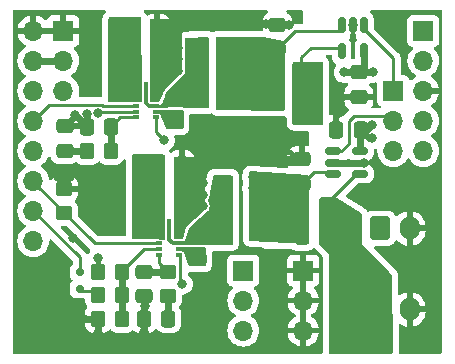
<source format=gtl>
G04 #@! TF.GenerationSoftware,KiCad,Pcbnew,7.0.10-7.0.10~ubuntu23.10.1*
G04 #@! TF.CreationDate,2024-03-29T23:33:30+01:00*
G04 #@! TF.ProjectId,ledBoard,6c656442-6f61-4726-942e-6b696361645f,rev?*
G04 #@! TF.SameCoordinates,Original*
G04 #@! TF.FileFunction,Copper,L1,Top*
G04 #@! TF.FilePolarity,Positive*
%FSLAX46Y46*%
G04 Gerber Fmt 4.6, Leading zero omitted, Abs format (unit mm)*
G04 Created by KiCad (PCBNEW 7.0.10-7.0.10~ubuntu23.10.1) date 2024-03-29 23:33:30*
%MOMM*%
%LPD*%
G01*
G04 APERTURE LIST*
G04 Aperture macros list*
%AMRoundRect*
0 Rectangle with rounded corners*
0 $1 Rounding radius*
0 $2 $3 $4 $5 $6 $7 $8 $9 X,Y pos of 4 corners*
0 Add a 4 corners polygon primitive as box body*
4,1,4,$2,$3,$4,$5,$6,$7,$8,$9,$2,$3,0*
0 Add four circle primitives for the rounded corners*
1,1,$1+$1,$2,$3*
1,1,$1+$1,$4,$5*
1,1,$1+$1,$6,$7*
1,1,$1+$1,$8,$9*
0 Add four rect primitives between the rounded corners*
20,1,$1+$1,$2,$3,$4,$5,0*
20,1,$1+$1,$4,$5,$6,$7,0*
20,1,$1+$1,$6,$7,$8,$9,0*
20,1,$1+$1,$8,$9,$2,$3,0*%
G04 Aperture macros list end*
G04 #@! TA.AperFunction,SMDPad,CuDef*
%ADD10R,0.800000X1.450000*%
G04 #@! TD*
G04 #@! TA.AperFunction,SMDPad,CuDef*
%ADD11R,0.600000X0.300000*%
G04 #@! TD*
G04 #@! TA.AperFunction,SMDPad,CuDef*
%ADD12R,0.800000X1.458994*%
G04 #@! TD*
G04 #@! TA.AperFunction,SMDPad,CuDef*
%ADD13R,0.300000X1.725000*%
G04 #@! TD*
G04 #@! TA.AperFunction,SMDPad,CuDef*
%ADD14RoundRect,0.250000X0.475000X-0.337500X0.475000X0.337500X-0.475000X0.337500X-0.475000X-0.337500X0*%
G04 #@! TD*
G04 #@! TA.AperFunction,ComponentPad*
%ADD15O,1.700000X1.700000*%
G04 #@! TD*
G04 #@! TA.AperFunction,ComponentPad*
%ADD16R,1.700000X1.700000*%
G04 #@! TD*
G04 #@! TA.AperFunction,SMDPad,CuDef*
%ADD17RoundRect,0.250000X-0.337500X-0.475000X0.337500X-0.475000X0.337500X0.475000X-0.337500X0.475000X0*%
G04 #@! TD*
G04 #@! TA.AperFunction,SMDPad,CuDef*
%ADD18RoundRect,0.150000X-0.512500X-0.150000X0.512500X-0.150000X0.512500X0.150000X-0.512500X0.150000X0*%
G04 #@! TD*
G04 #@! TA.AperFunction,SMDPad,CuDef*
%ADD19RoundRect,0.250000X-0.412500X-1.100000X0.412500X-1.100000X0.412500X1.100000X-0.412500X1.100000X0*%
G04 #@! TD*
G04 #@! TA.AperFunction,SMDPad,CuDef*
%ADD20RoundRect,0.150000X-0.150000X0.512500X-0.150000X-0.512500X0.150000X-0.512500X0.150000X0.512500X0*%
G04 #@! TD*
G04 #@! TA.AperFunction,SMDPad,CuDef*
%ADD21RoundRect,0.250000X-0.450000X0.350000X-0.450000X-0.350000X0.450000X-0.350000X0.450000X0.350000X0*%
G04 #@! TD*
G04 #@! TA.AperFunction,SMDPad,CuDef*
%ADD22R,1.700000X5.700000*%
G04 #@! TD*
G04 #@! TA.AperFunction,SMDPad,CuDef*
%ADD23RoundRect,0.250000X0.450000X-0.350000X0.450000X0.350000X-0.450000X0.350000X-0.450000X-0.350000X0*%
G04 #@! TD*
G04 #@! TA.AperFunction,ComponentPad*
%ADD24RoundRect,0.250000X-0.600000X-0.750000X0.600000X-0.750000X0.600000X0.750000X-0.600000X0.750000X0*%
G04 #@! TD*
G04 #@! TA.AperFunction,ComponentPad*
%ADD25O,1.700000X2.000000*%
G04 #@! TD*
G04 #@! TA.AperFunction,SMDPad,CuDef*
%ADD26RoundRect,0.250000X0.337500X0.475000X-0.337500X0.475000X-0.337500X-0.475000X0.337500X-0.475000X0*%
G04 #@! TD*
G04 #@! TA.AperFunction,SMDPad,CuDef*
%ADD27RoundRect,0.250000X0.350000X1.775000X-0.350000X1.775000X-0.350000X-1.775000X0.350000X-1.775000X0*%
G04 #@! TD*
G04 #@! TA.AperFunction,SMDPad,CuDef*
%ADD28RoundRect,0.250000X0.350000X0.450000X-0.350000X0.450000X-0.350000X-0.450000X0.350000X-0.450000X0*%
G04 #@! TD*
G04 #@! TA.AperFunction,SMDPad,CuDef*
%ADD29RoundRect,0.250000X-0.475000X0.337500X-0.475000X-0.337500X0.475000X-0.337500X0.475000X0.337500X0*%
G04 #@! TD*
G04 #@! TA.AperFunction,SMDPad,CuDef*
%ADD30RoundRect,0.250000X-0.350000X-0.450000X0.350000X-0.450000X0.350000X0.450000X-0.350000X0.450000X0*%
G04 #@! TD*
G04 #@! TA.AperFunction,SMDPad,CuDef*
%ADD31RoundRect,0.150000X-0.200000X0.150000X-0.200000X-0.150000X0.200000X-0.150000X0.200000X0.150000X0*%
G04 #@! TD*
G04 #@! TA.AperFunction,ViaPad*
%ADD32C,0.800000*%
G04 #@! TD*
G04 #@! TA.AperFunction,ViaPad*
%ADD33C,0.400000*%
G04 #@! TD*
G04 #@! TA.AperFunction,Conductor*
%ADD34C,0.600000*%
G04 #@! TD*
G04 #@! TA.AperFunction,Conductor*
%ADD35C,0.250000*%
G04 #@! TD*
G04 #@! TA.AperFunction,Conductor*
%ADD36C,0.400000*%
G04 #@! TD*
G04 #@! TA.AperFunction,Conductor*
%ADD37C,0.300000*%
G04 #@! TD*
G04 APERTURE END LIST*
D10*
X211396100Y-86940900D03*
D11*
X211296100Y-87990900D03*
X211296100Y-88465900D03*
X211296100Y-88940900D03*
X212996100Y-88940900D03*
X212996100Y-88465900D03*
X212996100Y-87990900D03*
D12*
X212896100Y-86945397D03*
D13*
X212146100Y-86803400D03*
D10*
X209433600Y-75336400D03*
D11*
X209333600Y-76386400D03*
X209333600Y-76861400D03*
X209333600Y-77336400D03*
X211033600Y-77336400D03*
X211033600Y-76861400D03*
X211033600Y-76386400D03*
D12*
X210933600Y-75340897D03*
D13*
X210183600Y-75198900D03*
D14*
X221310200Y-71547900D03*
X221310200Y-69472900D03*
X223393000Y-82952500D03*
X223393000Y-80877500D03*
D15*
X200660000Y-87780000D03*
D16*
X203200000Y-70000000D03*
D15*
X200660000Y-70000000D03*
X203200000Y-72540000D03*
X200660000Y-72540000D03*
X203200000Y-75080000D03*
X200660000Y-75080000D03*
X200660000Y-77620000D03*
X200660000Y-80160000D03*
X200660000Y-82700000D03*
X200660000Y-85240000D03*
D17*
X210015000Y-94361000D03*
X212090000Y-94361000D03*
D18*
X226065500Y-80203000D03*
X226065500Y-81153000D03*
X226065500Y-82103000D03*
X228340500Y-82103000D03*
X228340500Y-80203000D03*
D17*
X211147700Y-81330800D03*
X213222700Y-81330800D03*
D14*
X210058000Y-92456000D03*
X210058000Y-90381000D03*
D19*
X208633100Y-72440800D03*
X211758100Y-72440800D03*
D17*
X209056500Y-69799200D03*
X211131500Y-69799200D03*
D20*
X228661000Y-69474500D03*
X227711000Y-69474500D03*
X226761000Y-69474500D03*
X226761000Y-71749500D03*
X228661000Y-71749500D03*
D21*
X212039200Y-90418500D03*
X212039200Y-92418500D03*
D22*
X221212800Y-85090000D03*
X216712800Y-85090000D03*
D14*
X212598000Y-77724000D03*
X212598000Y-75649000D03*
D23*
X203250000Y-85400000D03*
X203250000Y-83400000D03*
D24*
X230017000Y-93582000D03*
D25*
X232517000Y-93582000D03*
D14*
X214558000Y-89327900D03*
X214558000Y-87252900D03*
D26*
X228367500Y-78359000D03*
X226292500Y-78359000D03*
D27*
X223351200Y-74701400D03*
X221301200Y-74701400D03*
D24*
X230017000Y-86724000D03*
D25*
X232517000Y-86724000D03*
D19*
X210622700Y-84074000D03*
X213747700Y-84074000D03*
D22*
X219202000Y-73406000D03*
X214702000Y-73406000D03*
D28*
X208153000Y-94361000D03*
X206153000Y-94361000D03*
D29*
X228219000Y-73511500D03*
X228219000Y-75586500D03*
D30*
X206153000Y-90424000D03*
X208153000Y-90424000D03*
D31*
X204600000Y-91850000D03*
X204600000Y-90450000D03*
D27*
X225434000Y-86106000D03*
X223384000Y-86106000D03*
D28*
X208153000Y-92390000D03*
X206153000Y-92390000D03*
D17*
X205189000Y-78105000D03*
X207264000Y-78105000D03*
D29*
X203305500Y-78083500D03*
X203305500Y-80158500D03*
D16*
X233680000Y-70000000D03*
D15*
X233680000Y-72540000D03*
X233680000Y-75080000D03*
X233680000Y-77620000D03*
X233680000Y-80160000D03*
D16*
X218440000Y-90297000D03*
D15*
X218440000Y-92837000D03*
X218440000Y-95377000D03*
D16*
X223520000Y-90297000D03*
D15*
X223520000Y-92837000D03*
X223520000Y-95377000D03*
D28*
X207226500Y-80137000D03*
X205226500Y-80137000D03*
D16*
X231140000Y-75080000D03*
D15*
X231140000Y-77620000D03*
X231140000Y-80160000D03*
D32*
X204000000Y-87500000D03*
X234000000Y-84000000D03*
X232000000Y-84000000D03*
X232000000Y-96000000D03*
X234000000Y-96000000D03*
X232000000Y-91000000D03*
X234000000Y-91000000D03*
X234000000Y-89000000D03*
X232000000Y-89000000D03*
X231000000Y-69000000D03*
X219000000Y-81000000D03*
X219000000Y-78000000D03*
X206000000Y-85000000D03*
X206000000Y-83000000D03*
X202000000Y-95000000D03*
X202000000Y-93000000D03*
X202000000Y-91000000D03*
X200000000Y-95000000D03*
X200000000Y-93000000D03*
X200000000Y-91000000D03*
X227711000Y-69474500D03*
X220390000Y-69430000D03*
X222291601Y-69541193D03*
X211750000Y-79260000D03*
X204210000Y-77100000D03*
X205159715Y-77048237D03*
X203790000Y-82340000D03*
X202740000Y-82340000D03*
X206156940Y-76973757D03*
X204950000Y-94375000D03*
X206150000Y-95575000D03*
X210025000Y-95525000D03*
X210075944Y-93315835D03*
X206150000Y-89225000D03*
X213250000Y-91450000D03*
X228650000Y-81150000D03*
X229420000Y-73500000D03*
X227000000Y-73510000D03*
X229350000Y-79100000D03*
X229350000Y-77950000D03*
X226500000Y-75100000D03*
X226500000Y-76050000D03*
X226500000Y-77000000D03*
X221750000Y-80300000D03*
X221750000Y-81150000D03*
X224700000Y-77350000D03*
X223350000Y-77350000D03*
X224700000Y-73300000D03*
X224700000Y-74650000D03*
X224700000Y-76000000D03*
X223350000Y-75950000D03*
X223350000Y-74600000D03*
X223350000Y-73350000D03*
X219300000Y-85600000D03*
X219300000Y-84650000D03*
X219250000Y-83300000D03*
X219250000Y-82350000D03*
X217150000Y-71300000D03*
X217100000Y-72350000D03*
X217200000Y-73450000D03*
X217150000Y-74450000D03*
X209804000Y-81889600D03*
X209499200Y-83058000D03*
X210312000Y-86817200D03*
X209804000Y-81026000D03*
X209499200Y-84937600D03*
X209499200Y-83972400D03*
X207772000Y-69494400D03*
X207772000Y-70358000D03*
X207467200Y-71526400D03*
X207467200Y-72440800D03*
X207467200Y-73406000D03*
X208280000Y-75285600D03*
D33*
X212902800Y-87274400D03*
X211378800Y-86563200D03*
X211378800Y-87274400D03*
X212902800Y-86563200D03*
X209397600Y-75692000D03*
X209397600Y-74980800D03*
X210921600Y-75692000D03*
X210921600Y-74980800D03*
D32*
X212877400Y-73380600D03*
X212877400Y-71450200D03*
X212877400Y-72415400D03*
X212394800Y-69697600D03*
X212394800Y-70586600D03*
X214985600Y-82905600D03*
X214985600Y-83870800D03*
X214985600Y-84836000D03*
X214503000Y-81153000D03*
X214503000Y-82042000D03*
D34*
X200660000Y-72540000D02*
X203200000Y-72540000D01*
X222291601Y-69541193D02*
X222180408Y-69430000D01*
X222180408Y-69430000D02*
X220390000Y-69430000D01*
D35*
X225434000Y-86106000D02*
X225434000Y-84686000D01*
X225434000Y-84686000D02*
X228017000Y-82103000D01*
X228017000Y-82103000D02*
X228340500Y-82103000D01*
X223393000Y-82952500D02*
X224415500Y-81930000D01*
X224415500Y-81930000D02*
X225892500Y-81930000D01*
X225892500Y-81930000D02*
X226065500Y-82103000D01*
X221310200Y-71547900D02*
X222838100Y-70020000D01*
X226761000Y-70020000D02*
X226761000Y-69474500D01*
X222838100Y-70020000D02*
X226761000Y-70020000D01*
X223351200Y-72248800D02*
X224170000Y-71430000D01*
X223351200Y-74701400D02*
X223351200Y-72248800D01*
X224170000Y-71430000D02*
X226441500Y-71430000D01*
X226441500Y-71430000D02*
X226761000Y-71749500D01*
X231140000Y-75080000D02*
X231140000Y-72340000D01*
X231140000Y-72340000D02*
X228661000Y-69861000D01*
X228661000Y-69861000D02*
X228661000Y-69474500D01*
X211033600Y-78543600D02*
X211750000Y-79260000D01*
X211033600Y-77336400D02*
X211033600Y-78543600D01*
D34*
X204210000Y-77100000D02*
X204210000Y-77179000D01*
X204210000Y-77179000D02*
X203305500Y-78083500D01*
X205189000Y-78079000D02*
X204210000Y-77100000D01*
X205189000Y-78105000D02*
X205189000Y-78079000D01*
X205189000Y-77077522D02*
X205159715Y-77048237D01*
X205189000Y-78105000D02*
X205189000Y-77077522D01*
X203250000Y-82880000D02*
X203790000Y-82340000D01*
D35*
X203250000Y-83400000D02*
X203250000Y-82880000D01*
D34*
X203250000Y-82850000D02*
X202740000Y-82340000D01*
X203250000Y-83400000D02*
X203250000Y-82850000D01*
D35*
X209333600Y-76386400D02*
X206594888Y-76386400D01*
X206594888Y-76386400D02*
X206457245Y-76248757D01*
X206457245Y-76248757D02*
X205856635Y-76248757D01*
X205856635Y-76248757D02*
X205850392Y-76255000D01*
X205850392Y-76255000D02*
X202025000Y-76255000D01*
X202025000Y-76255000D02*
X200660000Y-77620000D01*
X206156940Y-76973757D02*
X206269297Y-76861400D01*
X206269297Y-76861400D02*
X209333600Y-76861400D01*
X209333600Y-77336400D02*
X208032600Y-77336400D01*
X208032600Y-77336400D02*
X207264000Y-78105000D01*
D34*
X207226500Y-80137000D02*
X207226500Y-78142500D01*
X207226500Y-78142500D02*
X207264000Y-78105000D01*
X203305500Y-80158500D02*
X205205000Y-80158500D01*
X205205000Y-80158500D02*
X205226500Y-80137000D01*
X204964000Y-94361000D02*
X204950000Y-94375000D01*
X206153000Y-94361000D02*
X204964000Y-94361000D01*
X206153000Y-95572000D02*
X206150000Y-95575000D01*
X206153000Y-94361000D02*
X206153000Y-95572000D01*
X210015000Y-95515000D02*
X210025000Y-95525000D01*
X210015000Y-94361000D02*
X210015000Y-95515000D01*
X210058000Y-93297891D02*
X210058000Y-92456000D01*
X210075944Y-93315835D02*
X210058000Y-93297891D01*
D35*
X211296100Y-88465900D02*
X210034100Y-88465900D01*
X210034100Y-88465900D02*
X208153000Y-90347000D01*
X208153000Y-90347000D02*
X208153000Y-90424000D01*
D36*
X206153000Y-89228000D02*
X206150000Y-89225000D01*
X206153000Y-90424000D02*
X206153000Y-89228000D01*
D34*
X208153000Y-90424000D02*
X208153000Y-94361000D01*
X210058000Y-90381000D02*
X212001700Y-90381000D01*
X212001700Y-90381000D02*
X212039200Y-90418500D01*
D35*
X211296100Y-88940900D02*
X211296100Y-89675400D01*
X211296100Y-89675400D02*
X212039200Y-90418500D01*
D34*
X212090000Y-94361000D02*
X212090000Y-92469300D01*
X212090000Y-92469300D02*
X212039200Y-92418500D01*
D35*
X204600000Y-91850000D02*
X204750000Y-92000000D01*
X204750000Y-92000000D02*
X205763000Y-92000000D01*
X205763000Y-92000000D02*
X206153000Y-92390000D01*
X200660000Y-85240000D02*
X204600000Y-89180000D01*
X204600000Y-89180000D02*
X204600000Y-90450000D01*
X212996100Y-88940900D02*
X213100000Y-89044800D01*
X213100000Y-89044800D02*
X213100000Y-91300000D01*
X213100000Y-91300000D02*
X213250000Y-91450000D01*
X200660000Y-82700000D02*
X200660000Y-82810000D01*
X200660000Y-82810000D02*
X205840900Y-87990900D01*
X205840900Y-87990900D02*
X211296100Y-87990900D01*
X226065500Y-80203000D02*
X226727999Y-80203000D01*
X226727999Y-80203000D02*
X227350000Y-79580999D01*
X227350000Y-79580999D02*
X227350000Y-77650000D01*
X227800000Y-77200000D02*
X230720000Y-77200000D01*
X227350000Y-77650000D02*
X227800000Y-77200000D01*
X230720000Y-77200000D02*
X231140000Y-77620000D01*
D34*
X229350000Y-79100000D02*
X229108500Y-79100000D01*
X229108500Y-79100000D02*
X228367500Y-78359000D01*
X229350000Y-77950000D02*
X228941000Y-78359000D01*
X228941000Y-78359000D02*
X228367500Y-78359000D01*
X228647000Y-81153000D02*
X228650000Y-81150000D01*
X226065500Y-81153000D02*
X228647000Y-81153000D01*
X229408500Y-73511500D02*
X229420000Y-73500000D01*
X228219000Y-73511500D02*
X229408500Y-73511500D01*
X227001500Y-73511500D02*
X227000000Y-73510000D01*
X228219000Y-73511500D02*
X227001500Y-73511500D01*
X228661000Y-71749500D02*
X228661000Y-73069500D01*
X228661000Y-73069500D02*
X228219000Y-73511500D01*
X228340500Y-80203000D02*
X228340500Y-78386000D01*
X228340500Y-78386000D02*
X228367500Y-78359000D01*
D36*
X226500000Y-76050000D02*
X226500000Y-75100000D01*
X226500000Y-77000000D02*
X226500000Y-76050000D01*
X226986500Y-75586500D02*
X226500000Y-75100000D01*
X228219000Y-75586500D02*
X226986500Y-75586500D01*
X226963500Y-75586500D02*
X226500000Y-76050000D01*
X228219000Y-75586500D02*
X226963500Y-75586500D01*
X226292500Y-77207500D02*
X226500000Y-77000000D01*
X226292500Y-78359000D02*
X226292500Y-77207500D01*
X223393000Y-80877500D02*
X222977500Y-80877500D01*
X222400000Y-80300000D02*
X221750000Y-80300000D01*
X222977500Y-80877500D02*
X222400000Y-80300000D01*
X223393000Y-80877500D02*
X223070500Y-81200000D01*
X223070500Y-81200000D02*
X221800000Y-81200000D01*
X221800000Y-81200000D02*
X221750000Y-81150000D01*
D35*
X209056500Y-69799200D02*
X208076800Y-69799200D01*
X208076800Y-69799200D02*
X207772000Y-69494400D01*
X209056500Y-69799200D02*
X208330800Y-69799200D01*
X208330800Y-69799200D02*
X207772000Y-70358000D01*
X208633100Y-72440800D02*
X208381600Y-72440800D01*
X208381600Y-72440800D02*
X207467200Y-71526400D01*
X208633100Y-72440800D02*
X207467200Y-72440800D01*
X208633100Y-72440800D02*
X208432400Y-72440800D01*
X208432400Y-72440800D02*
X207467200Y-73406000D01*
X211758100Y-72440800D02*
X211937600Y-72440800D01*
X211937600Y-72440800D02*
X212877400Y-73380600D01*
X211758100Y-72440800D02*
X212852000Y-72440800D01*
D36*
X212852000Y-72440800D02*
X212877400Y-72415400D01*
D35*
X211758100Y-72440800D02*
X211886800Y-72440800D01*
X211886800Y-72440800D02*
X212877400Y-71450200D01*
X211131500Y-69799200D02*
X211607400Y-69799200D01*
X211607400Y-69799200D02*
X212394800Y-70586600D01*
X211131500Y-69799200D02*
X212293200Y-69799200D01*
X212293200Y-69799200D02*
X212394800Y-69697600D01*
X212598000Y-75649000D02*
X212598000Y-75510000D01*
X212598000Y-75510000D02*
X214702000Y-73406000D01*
D37*
X214558000Y-87252900D02*
X214558000Y-87244800D01*
X214558000Y-87244800D02*
X216712800Y-85090000D01*
D35*
X210622700Y-84074000D02*
X210362800Y-84074000D01*
X210362800Y-84074000D02*
X209499200Y-84937600D01*
X210622700Y-84074000D02*
X209600800Y-84074000D01*
X209600800Y-84074000D02*
X209499200Y-83972400D01*
X210622700Y-84074000D02*
X210515200Y-84074000D01*
X210515200Y-84074000D02*
X209499200Y-83058000D01*
X213747700Y-84074000D02*
X214223600Y-84074000D01*
X214223600Y-84074000D02*
X214985600Y-84836000D01*
X213747700Y-84074000D02*
X214782400Y-84074000D01*
X214782400Y-84074000D02*
X214985600Y-83870800D01*
X213747700Y-84074000D02*
X213817200Y-84074000D01*
X213817200Y-84074000D02*
X214985600Y-82905600D01*
X213222700Y-81330800D02*
X213791800Y-81330800D01*
X213791800Y-81330800D02*
X214503000Y-82042000D01*
X213222700Y-81330800D02*
X214325200Y-81330800D01*
X214325200Y-81330800D02*
X214503000Y-81153000D01*
X211147700Y-81330800D02*
X210362800Y-81330800D01*
X210362800Y-81330800D02*
X209804000Y-81889600D01*
X211147700Y-81330800D02*
X210108800Y-81330800D01*
X210108800Y-81330800D02*
X209804000Y-81026000D01*
D37*
X212146100Y-86803400D02*
X212146100Y-87686100D01*
X212146100Y-87686100D02*
X212450000Y-87990000D01*
X212450000Y-87990000D02*
X213820900Y-87990000D01*
X213820900Y-87990000D02*
X214558000Y-87252900D01*
D35*
X212598000Y-75649000D02*
X211860600Y-76386400D01*
X211860600Y-76386400D02*
X211033600Y-76386400D01*
D37*
X210183600Y-75198900D02*
X210183600Y-76147800D01*
X210183600Y-76147800D02*
X210422200Y-76386400D01*
X210422200Y-76386400D02*
X211033600Y-76386400D01*
G04 #@! TA.AperFunction,Conductor*
G36*
X226343993Y-84143367D02*
G01*
X228388868Y-85409242D01*
X228435508Y-85461266D01*
X228447600Y-85514675D01*
X228447600Y-88011000D01*
X230796464Y-90428948D01*
X231003717Y-90642297D01*
X231036309Y-90704099D01*
X231038771Y-90727773D01*
X231087068Y-97199576D01*
X231067885Y-97266759D01*
X231015424Y-97312907D01*
X230963072Y-97324500D01*
X225777600Y-97324500D01*
X225710561Y-97304815D01*
X225664806Y-97252011D01*
X225653600Y-97200500D01*
X225653600Y-88900000D01*
X224872742Y-88021535D01*
X224842916Y-87958351D01*
X224841432Y-87937530D01*
X224889990Y-84247169D01*
X224910555Y-84180394D01*
X224963956Y-84135338D01*
X225013979Y-84124800D01*
X226278725Y-84124800D01*
X226343993Y-84143367D01*
G37*
G04 #@! TD.AperFunction*
G04 #@! TA.AperFunction,Conductor*
G36*
X223770000Y-94941498D02*
G01*
X223662315Y-94892320D01*
X223555763Y-94877000D01*
X223484237Y-94877000D01*
X223377685Y-94892320D01*
X223270000Y-94941498D01*
X223270000Y-93272501D01*
X223377685Y-93321680D01*
X223484237Y-93337000D01*
X223555763Y-93337000D01*
X223662315Y-93321680D01*
X223770000Y-93272501D01*
X223770000Y-94941498D01*
G37*
G04 #@! TD.AperFunction*
G04 #@! TA.AperFunction,Conductor*
G36*
X223770000Y-92401498D02*
G01*
X223662315Y-92352320D01*
X223555763Y-92337000D01*
X223484237Y-92337000D01*
X223377685Y-92352320D01*
X223270000Y-92401498D01*
X223270000Y-90732501D01*
X223377685Y-90781680D01*
X223484237Y-90797000D01*
X223555763Y-90797000D01*
X223662315Y-90781680D01*
X223770000Y-90732501D01*
X223770000Y-92401498D01*
G37*
G04 #@! TD.AperFunction*
G04 #@! TA.AperFunction,Conductor*
G36*
X206737249Y-68265185D02*
G01*
X206783004Y-68317989D01*
X206792948Y-68387147D01*
X206763923Y-68450703D01*
X206751414Y-68463212D01*
X206698653Y-68508930D01*
X206641011Y-68575451D01*
X206604433Y-68617664D01*
X206604430Y-68617668D01*
X206544664Y-68748534D01*
X206524976Y-68815582D01*
X206504500Y-68958001D01*
X206504500Y-75499257D01*
X206484815Y-75566296D01*
X206432011Y-75612051D01*
X206380500Y-75623257D01*
X205939378Y-75623257D01*
X205923757Y-75621532D01*
X205923731Y-75621818D01*
X205915969Y-75621084D01*
X205915968Y-75621084D01*
X205856781Y-75622944D01*
X205848762Y-75623196D01*
X205844867Y-75623257D01*
X205817282Y-75623257D01*
X205813296Y-75623760D01*
X205801668Y-75624675D01*
X205758007Y-75626047D01*
X205750305Y-75627268D01*
X205750169Y-75626413D01*
X205728478Y-75629500D01*
X204612503Y-75629500D01*
X204545464Y-75609815D01*
X204499709Y-75557011D01*
X204489765Y-75487853D01*
X204492728Y-75473407D01*
X204502195Y-75438072D01*
X204535063Y-75315408D01*
X204555659Y-75080000D01*
X204535063Y-74844592D01*
X204484713Y-74656681D01*
X204473905Y-74616344D01*
X204473904Y-74616343D01*
X204473903Y-74616337D01*
X204374035Y-74402171D01*
X204368425Y-74394158D01*
X204238494Y-74208597D01*
X204071402Y-74041506D01*
X204071396Y-74041501D01*
X203885842Y-73911575D01*
X203842217Y-73856998D01*
X203835023Y-73787500D01*
X203866546Y-73725145D01*
X203885842Y-73708425D01*
X203914646Y-73688256D01*
X204071401Y-73578495D01*
X204238495Y-73411401D01*
X204374035Y-73217830D01*
X204473903Y-73003663D01*
X204535063Y-72775408D01*
X204555659Y-72540000D01*
X204535063Y-72304592D01*
X204482955Y-72110121D01*
X204473905Y-72076344D01*
X204473904Y-72076343D01*
X204473903Y-72076337D01*
X204374035Y-71862171D01*
X204362328Y-71845452D01*
X204238496Y-71668600D01*
X204238490Y-71668594D01*
X204116179Y-71546283D01*
X204082696Y-71484963D01*
X204087680Y-71415271D01*
X204129551Y-71359337D01*
X204160529Y-71342422D01*
X204292086Y-71293354D01*
X204292093Y-71293350D01*
X204407187Y-71207190D01*
X204407190Y-71207187D01*
X204493350Y-71092093D01*
X204493354Y-71092086D01*
X204543596Y-70957379D01*
X204543598Y-70957372D01*
X204549999Y-70897844D01*
X204550000Y-70897827D01*
X204550000Y-70250000D01*
X203633686Y-70250000D01*
X203659493Y-70209844D01*
X203700000Y-70071889D01*
X203700000Y-69928111D01*
X203659493Y-69790156D01*
X203633686Y-69750000D01*
X204550000Y-69750000D01*
X204550000Y-69102172D01*
X204549999Y-69102155D01*
X204543598Y-69042627D01*
X204543596Y-69042620D01*
X204493354Y-68907913D01*
X204493350Y-68907906D01*
X204407190Y-68792812D01*
X204407187Y-68792809D01*
X204292093Y-68706649D01*
X204292086Y-68706645D01*
X204157379Y-68656403D01*
X204157372Y-68656401D01*
X204097844Y-68650000D01*
X203450000Y-68650000D01*
X203450000Y-69564498D01*
X203342315Y-69515320D01*
X203235763Y-69500000D01*
X203164237Y-69500000D01*
X203057685Y-69515320D01*
X202950000Y-69564498D01*
X202950000Y-68650000D01*
X202302155Y-68650000D01*
X202242627Y-68656401D01*
X202242620Y-68656403D01*
X202107913Y-68706645D01*
X202107906Y-68706649D01*
X201992812Y-68792809D01*
X201992809Y-68792812D01*
X201906649Y-68907906D01*
X201906646Y-68907911D01*
X201857385Y-69039987D01*
X201815513Y-69095920D01*
X201750049Y-69120337D01*
X201681776Y-69105485D01*
X201653522Y-69084334D01*
X201531082Y-68961894D01*
X201337578Y-68826399D01*
X201123492Y-68726570D01*
X201123486Y-68726567D01*
X200910000Y-68669364D01*
X200910000Y-69564498D01*
X200802315Y-69515320D01*
X200695763Y-69500000D01*
X200624237Y-69500000D01*
X200517685Y-69515320D01*
X200410000Y-69564498D01*
X200410000Y-68669364D01*
X200409999Y-68669364D01*
X200196513Y-68726567D01*
X200196507Y-68726570D01*
X199982422Y-68826399D01*
X199982420Y-68826400D01*
X199788926Y-68961886D01*
X199788920Y-68961891D01*
X199621891Y-69128920D01*
X199621886Y-69128926D01*
X199486400Y-69322420D01*
X199486399Y-69322422D01*
X199386570Y-69536507D01*
X199386567Y-69536513D01*
X199329364Y-69749999D01*
X199329364Y-69750000D01*
X200226314Y-69750000D01*
X200200507Y-69790156D01*
X200160000Y-69928111D01*
X200160000Y-70071889D01*
X200200507Y-70209844D01*
X200226314Y-70250000D01*
X199329364Y-70250000D01*
X199386567Y-70463486D01*
X199386570Y-70463492D01*
X199486399Y-70677578D01*
X199621894Y-70871082D01*
X199788917Y-71038105D01*
X199974595Y-71168119D01*
X200018219Y-71222696D01*
X200025412Y-71292195D01*
X199993890Y-71354549D01*
X199974595Y-71371269D01*
X199788594Y-71501508D01*
X199621505Y-71668597D01*
X199485965Y-71862169D01*
X199485964Y-71862171D01*
X199386098Y-72076335D01*
X199386094Y-72076344D01*
X199324938Y-72304586D01*
X199324936Y-72304596D01*
X199304341Y-72539999D01*
X199304341Y-72540000D01*
X199324936Y-72775403D01*
X199324938Y-72775413D01*
X199386094Y-73003655D01*
X199386096Y-73003659D01*
X199386097Y-73003663D01*
X199450475Y-73141722D01*
X199485965Y-73217830D01*
X199485967Y-73217834D01*
X199578338Y-73349752D01*
X199599936Y-73380598D01*
X199621501Y-73411395D01*
X199621506Y-73411402D01*
X199788597Y-73578493D01*
X199788603Y-73578498D01*
X199974158Y-73708425D01*
X200017783Y-73763002D01*
X200024977Y-73832500D01*
X199993454Y-73894855D01*
X199974158Y-73911575D01*
X199788597Y-74041505D01*
X199621505Y-74208597D01*
X199485965Y-74402169D01*
X199485964Y-74402171D01*
X199386098Y-74616335D01*
X199386094Y-74616344D01*
X199324938Y-74844586D01*
X199324936Y-74844596D01*
X199304341Y-75079999D01*
X199304341Y-75080000D01*
X199324936Y-75315403D01*
X199324938Y-75315413D01*
X199386094Y-75543655D01*
X199386096Y-75543659D01*
X199386097Y-75543663D01*
X199427425Y-75632290D01*
X199485965Y-75757830D01*
X199485967Y-75757834D01*
X199621501Y-75951395D01*
X199621506Y-75951402D01*
X199788597Y-76118493D01*
X199788603Y-76118498D01*
X199974158Y-76248425D01*
X200017783Y-76303002D01*
X200024977Y-76372500D01*
X199993454Y-76434855D01*
X199974158Y-76451575D01*
X199788597Y-76581505D01*
X199621505Y-76748597D01*
X199485965Y-76942169D01*
X199485964Y-76942171D01*
X199386098Y-77156335D01*
X199386094Y-77156344D01*
X199324938Y-77384586D01*
X199324936Y-77384596D01*
X199304341Y-77619999D01*
X199304341Y-77620000D01*
X199324936Y-77855403D01*
X199324938Y-77855413D01*
X199386094Y-78083655D01*
X199386096Y-78083659D01*
X199386097Y-78083663D01*
X199476713Y-78277990D01*
X199485965Y-78297830D01*
X199485967Y-78297834D01*
X199526394Y-78355569D01*
X199621501Y-78491396D01*
X199621506Y-78491402D01*
X199788597Y-78658493D01*
X199788603Y-78658498D01*
X199974158Y-78788425D01*
X200017783Y-78843002D01*
X200024977Y-78912500D01*
X199993454Y-78974855D01*
X199974158Y-78991575D01*
X199788597Y-79121505D01*
X199621505Y-79288597D01*
X199485965Y-79482169D01*
X199485964Y-79482171D01*
X199386098Y-79696335D01*
X199386094Y-79696344D01*
X199324938Y-79924586D01*
X199324936Y-79924596D01*
X199304341Y-80159999D01*
X199304341Y-80160000D01*
X199324936Y-80395403D01*
X199324938Y-80395413D01*
X199386094Y-80623655D01*
X199386096Y-80623659D01*
X199386097Y-80623663D01*
X199447276Y-80754862D01*
X199485965Y-80837830D01*
X199485967Y-80837834D01*
X199574770Y-80964657D01*
X199621501Y-81031396D01*
X199621506Y-81031402D01*
X199788597Y-81198493D01*
X199788603Y-81198498D01*
X199974158Y-81328425D01*
X200017783Y-81383002D01*
X200024977Y-81452500D01*
X199993454Y-81514855D01*
X199974158Y-81531575D01*
X199788597Y-81661505D01*
X199621505Y-81828597D01*
X199485965Y-82022169D01*
X199485964Y-82022171D01*
X199386098Y-82236335D01*
X199386094Y-82236344D01*
X199324938Y-82464586D01*
X199324936Y-82464596D01*
X199304341Y-82699999D01*
X199304341Y-82700000D01*
X199324936Y-82935403D01*
X199324938Y-82935413D01*
X199386094Y-83163655D01*
X199386096Y-83163659D01*
X199386097Y-83163663D01*
X199397434Y-83187975D01*
X199485965Y-83377830D01*
X199485967Y-83377834D01*
X199621501Y-83571395D01*
X199621506Y-83571402D01*
X199788597Y-83738493D01*
X199788603Y-83738498D01*
X199974158Y-83868425D01*
X200017783Y-83923002D01*
X200024977Y-83992500D01*
X199993454Y-84054855D01*
X199974158Y-84071575D01*
X199788597Y-84201505D01*
X199621505Y-84368597D01*
X199485965Y-84562169D01*
X199485964Y-84562171D01*
X199386098Y-84776335D01*
X199386094Y-84776344D01*
X199324938Y-85004586D01*
X199324936Y-85004596D01*
X199304341Y-85239999D01*
X199304341Y-85240000D01*
X199324936Y-85475403D01*
X199324938Y-85475413D01*
X199386094Y-85703655D01*
X199386096Y-85703659D01*
X199386097Y-85703663D01*
X199440907Y-85821203D01*
X199485965Y-85917830D01*
X199485967Y-85917834D01*
X199533894Y-85986280D01*
X199620885Y-86110516D01*
X199621501Y-86111395D01*
X199621506Y-86111402D01*
X199788597Y-86278493D01*
X199788603Y-86278498D01*
X199974158Y-86408425D01*
X200017783Y-86463002D01*
X200024977Y-86532500D01*
X199993454Y-86594855D01*
X199974158Y-86611575D01*
X199788597Y-86741505D01*
X199621505Y-86908597D01*
X199485965Y-87102169D01*
X199485964Y-87102171D01*
X199386098Y-87316335D01*
X199386094Y-87316344D01*
X199324938Y-87544586D01*
X199324936Y-87544596D01*
X199304341Y-87779999D01*
X199304341Y-87780000D01*
X199324936Y-88015403D01*
X199324938Y-88015413D01*
X199386094Y-88243655D01*
X199386096Y-88243659D01*
X199386097Y-88243663D01*
X199477883Y-88440498D01*
X199485965Y-88457830D01*
X199485967Y-88457834D01*
X199544014Y-88540733D01*
X199621505Y-88651401D01*
X199788599Y-88818495D01*
X199843187Y-88856718D01*
X199982165Y-88954032D01*
X199982167Y-88954033D01*
X199982170Y-88954035D01*
X200196337Y-89053903D01*
X200424592Y-89115063D01*
X200605217Y-89130866D01*
X200659999Y-89135659D01*
X200660000Y-89135659D01*
X200660001Y-89135659D01*
X200714783Y-89130866D01*
X200895408Y-89115063D01*
X201123663Y-89053903D01*
X201337830Y-88954035D01*
X201531401Y-88818495D01*
X201698495Y-88651401D01*
X201834035Y-88457830D01*
X201933903Y-88243663D01*
X201995063Y-88015408D01*
X202015659Y-87780000D01*
X202015659Y-87779999D01*
X202015659Y-87779611D01*
X202015707Y-87779445D01*
X202016131Y-87774606D01*
X202017103Y-87774691D01*
X202035344Y-87712572D01*
X202088148Y-87666817D01*
X202157306Y-87656873D01*
X202220862Y-87685898D01*
X202227327Y-87691918D01*
X202969501Y-88434091D01*
X203938181Y-89402771D01*
X203971666Y-89464094D01*
X203974500Y-89490452D01*
X203974500Y-89754191D01*
X203954815Y-89821230D01*
X203938181Y-89841872D01*
X203881923Y-89898129D01*
X203881917Y-89898137D01*
X203798255Y-90039603D01*
X203798254Y-90039606D01*
X203752402Y-90197426D01*
X203752401Y-90197432D01*
X203749500Y-90234298D01*
X203749500Y-90665701D01*
X203752401Y-90702567D01*
X203752402Y-90702573D01*
X203798254Y-90860393D01*
X203798255Y-90860396D01*
X203881917Y-91001862D01*
X203881923Y-91001870D01*
X203942372Y-91062319D01*
X203975857Y-91123642D01*
X203970873Y-91193334D01*
X203942372Y-91237681D01*
X203881923Y-91298129D01*
X203881917Y-91298137D01*
X203798255Y-91439603D01*
X203798254Y-91439606D01*
X203752402Y-91597426D01*
X203752401Y-91597432D01*
X203749500Y-91634298D01*
X203749500Y-92065701D01*
X203752401Y-92102567D01*
X203752402Y-92102573D01*
X203798254Y-92260393D01*
X203798255Y-92260396D01*
X203881917Y-92401862D01*
X203881923Y-92401870D01*
X203998129Y-92518076D01*
X203998133Y-92518079D01*
X203998135Y-92518081D01*
X204139602Y-92601744D01*
X204181224Y-92613836D01*
X204297426Y-92647597D01*
X204297429Y-92647597D01*
X204297431Y-92647598D01*
X204334306Y-92650500D01*
X204334314Y-92650500D01*
X204865686Y-92650500D01*
X204865694Y-92650500D01*
X204902569Y-92647598D01*
X204902575Y-92647596D01*
X204906219Y-92646931D01*
X204908283Y-92647148D01*
X204908886Y-92647101D01*
X204908894Y-92647212D01*
X204975705Y-92654249D01*
X205030203Y-92697972D01*
X205052412Y-92764218D01*
X205052501Y-92768913D01*
X205052501Y-92890018D01*
X205063000Y-92992796D01*
X205063001Y-92992799D01*
X205118185Y-93159331D01*
X205118189Y-93159340D01*
X205211659Y-93310880D01*
X205230099Y-93378272D01*
X205211659Y-93441072D01*
X205118645Y-93591871D01*
X205118641Y-93591880D01*
X205063494Y-93758302D01*
X205063493Y-93758309D01*
X205053000Y-93861013D01*
X205053000Y-94111000D01*
X206279000Y-94111000D01*
X206346039Y-94130685D01*
X206391794Y-94183489D01*
X206403000Y-94235000D01*
X206403000Y-95560999D01*
X206552972Y-95560999D01*
X206552986Y-95560998D01*
X206655697Y-95550505D01*
X206822119Y-95495358D01*
X206822124Y-95495356D01*
X206971342Y-95403317D01*
X207064964Y-95309695D01*
X207126287Y-95276210D01*
X207195979Y-95281194D01*
X207240327Y-95309695D01*
X207334344Y-95403712D01*
X207483666Y-95495814D01*
X207650203Y-95550999D01*
X207752991Y-95561500D01*
X208553008Y-95561499D01*
X208553016Y-95561498D01*
X208553019Y-95561498D01*
X208609302Y-95555748D01*
X208655797Y-95550999D01*
X208822334Y-95495814D01*
X208971656Y-95403712D01*
X208990422Y-95384945D01*
X209051740Y-95351461D01*
X209121432Y-95356442D01*
X209165784Y-95384945D01*
X209209154Y-95428315D01*
X209358375Y-95520356D01*
X209358380Y-95520358D01*
X209524802Y-95575505D01*
X209524809Y-95575506D01*
X209627519Y-95585999D01*
X209764999Y-95585999D01*
X209765000Y-95585998D01*
X209765000Y-93187362D01*
X209784685Y-93120323D01*
X209801319Y-93099681D01*
X209808000Y-93093000D01*
X209808000Y-92330000D01*
X209827685Y-92262961D01*
X209880489Y-92217206D01*
X209932000Y-92206000D01*
X210184000Y-92206000D01*
X210251039Y-92225685D01*
X210296794Y-92278489D01*
X210308000Y-92330000D01*
X210308000Y-93492138D01*
X210288315Y-93559177D01*
X210271681Y-93579819D01*
X210265000Y-93586500D01*
X210265000Y-95585999D01*
X210402472Y-95585999D01*
X210402486Y-95585998D01*
X210505197Y-95575505D01*
X210671619Y-95520358D01*
X210671624Y-95520356D01*
X210820845Y-95428315D01*
X210944818Y-95304342D01*
X210946665Y-95301348D01*
X210948469Y-95299724D01*
X210949298Y-95298677D01*
X210949476Y-95298818D01*
X210998610Y-95254621D01*
X211067573Y-95243396D01*
X211131656Y-95271236D01*
X211157743Y-95301341D01*
X211159788Y-95304656D01*
X211283844Y-95428712D01*
X211433166Y-95520814D01*
X211599703Y-95575999D01*
X211702491Y-95586500D01*
X212477508Y-95586499D01*
X212477516Y-95586498D01*
X212477519Y-95586498D01*
X212533802Y-95580748D01*
X212580297Y-95575999D01*
X212746834Y-95520814D01*
X212896156Y-95428712D01*
X212947868Y-95377000D01*
X217084341Y-95377000D01*
X217104936Y-95612403D01*
X217104938Y-95612413D01*
X217166094Y-95840655D01*
X217166096Y-95840659D01*
X217166097Y-95840663D01*
X217265847Y-96054578D01*
X217265965Y-96054830D01*
X217265967Y-96054834D01*
X217374281Y-96209521D01*
X217401505Y-96248401D01*
X217568599Y-96415495D01*
X217665384Y-96483265D01*
X217762165Y-96551032D01*
X217762167Y-96551033D01*
X217762170Y-96551035D01*
X217976337Y-96650903D01*
X218204592Y-96712063D01*
X218392918Y-96728539D01*
X218439999Y-96732659D01*
X218440000Y-96732659D01*
X218440001Y-96732659D01*
X218479234Y-96729226D01*
X218675408Y-96712063D01*
X218903663Y-96650903D01*
X219117830Y-96551035D01*
X219311401Y-96415495D01*
X219478495Y-96248401D01*
X219614035Y-96054830D01*
X219713903Y-95840663D01*
X219775063Y-95612408D01*
X219795659Y-95377000D01*
X219775063Y-95141592D01*
X219713903Y-94913337D01*
X219614035Y-94699171D01*
X219552298Y-94611000D01*
X219478494Y-94505597D01*
X219311402Y-94338506D01*
X219311396Y-94338501D01*
X219125842Y-94208575D01*
X219082217Y-94153998D01*
X219075023Y-94084500D01*
X219106546Y-94022145D01*
X219125842Y-94005425D01*
X219180253Y-93967326D01*
X219311401Y-93875495D01*
X219478495Y-93708401D01*
X219614035Y-93514830D01*
X219713903Y-93300663D01*
X219775063Y-93072408D01*
X219795659Y-92837000D01*
X219775063Y-92601592D01*
X219713903Y-92373337D01*
X219614035Y-92159171D01*
X219613614Y-92158570D01*
X219478496Y-91965600D01*
X219428599Y-91915703D01*
X219356567Y-91843671D01*
X219323084Y-91782351D01*
X219328068Y-91712659D01*
X219369939Y-91656725D01*
X219400915Y-91639810D01*
X219532331Y-91590796D01*
X219647546Y-91504546D01*
X219733796Y-91389331D01*
X219784091Y-91254483D01*
X219790500Y-91194873D01*
X219790500Y-91194844D01*
X222170000Y-91194844D01*
X222176401Y-91254372D01*
X222176403Y-91254379D01*
X222226645Y-91389086D01*
X222226649Y-91389093D01*
X222312809Y-91504187D01*
X222312812Y-91504190D01*
X222427906Y-91590350D01*
X222427913Y-91590354D01*
X222559986Y-91639614D01*
X222615920Y-91681485D01*
X222640337Y-91746949D01*
X222625486Y-91815222D01*
X222604335Y-91843477D01*
X222481886Y-91965926D01*
X222346400Y-92159420D01*
X222346399Y-92159422D01*
X222246570Y-92373507D01*
X222246567Y-92373513D01*
X222189364Y-92586999D01*
X222189364Y-92587000D01*
X223086314Y-92587000D01*
X223060507Y-92627156D01*
X223020000Y-92765111D01*
X223020000Y-92908889D01*
X223060507Y-93046844D01*
X223086314Y-93087000D01*
X222189364Y-93087000D01*
X222246567Y-93300486D01*
X222246570Y-93300492D01*
X222346399Y-93514578D01*
X222481894Y-93708082D01*
X222648917Y-93875105D01*
X222835031Y-94005425D01*
X222878656Y-94060003D01*
X222885848Y-94129501D01*
X222854326Y-94191856D01*
X222835031Y-94208575D01*
X222648922Y-94338890D01*
X222648920Y-94338891D01*
X222481891Y-94505920D01*
X222481886Y-94505926D01*
X222346400Y-94699420D01*
X222346399Y-94699422D01*
X222246570Y-94913507D01*
X222246567Y-94913513D01*
X222189364Y-95126999D01*
X222189364Y-95127000D01*
X223086314Y-95127000D01*
X223060507Y-95167156D01*
X223020000Y-95305111D01*
X223020000Y-95448889D01*
X223060507Y-95586844D01*
X223086314Y-95627000D01*
X222189364Y-95627000D01*
X222246567Y-95840486D01*
X222246570Y-95840492D01*
X222346399Y-96054578D01*
X222481894Y-96248082D01*
X222648917Y-96415105D01*
X222842421Y-96550600D01*
X223056507Y-96650429D01*
X223056516Y-96650433D01*
X223270000Y-96707634D01*
X223270000Y-95812501D01*
X223377685Y-95861680D01*
X223484237Y-95877000D01*
X223555763Y-95877000D01*
X223662315Y-95861680D01*
X223770000Y-95812501D01*
X223770000Y-96707633D01*
X223983483Y-96650433D01*
X223983492Y-96650429D01*
X224197578Y-96550600D01*
X224391082Y-96415105D01*
X224558105Y-96248082D01*
X224693600Y-96054578D01*
X224793429Y-95840492D01*
X224793432Y-95840486D01*
X224850636Y-95627000D01*
X223953686Y-95627000D01*
X223979493Y-95586844D01*
X224020000Y-95448889D01*
X224020000Y-95305111D01*
X223979493Y-95167156D01*
X223953686Y-95127000D01*
X224850636Y-95127000D01*
X224850635Y-95126999D01*
X224793432Y-94913513D01*
X224793429Y-94913507D01*
X224693600Y-94699422D01*
X224693599Y-94699420D01*
X224558113Y-94505926D01*
X224558108Y-94505920D01*
X224391082Y-94338894D01*
X224204968Y-94208575D01*
X224161344Y-94153998D01*
X224154151Y-94084499D01*
X224185673Y-94022145D01*
X224204968Y-94005425D01*
X224391082Y-93875105D01*
X224558105Y-93708082D01*
X224693600Y-93514578D01*
X224793429Y-93300492D01*
X224793432Y-93300486D01*
X224850636Y-93087000D01*
X223953686Y-93087000D01*
X223979493Y-93046844D01*
X224020000Y-92908889D01*
X224020000Y-92765111D01*
X223979493Y-92627156D01*
X223953686Y-92587000D01*
X224850636Y-92587000D01*
X224850635Y-92586999D01*
X224793432Y-92373513D01*
X224793429Y-92373507D01*
X224693600Y-92159422D01*
X224693599Y-92159420D01*
X224558113Y-91965926D01*
X224558108Y-91965920D01*
X224435665Y-91843477D01*
X224402180Y-91782154D01*
X224407164Y-91712462D01*
X224449036Y-91656529D01*
X224480013Y-91639614D01*
X224612086Y-91590354D01*
X224612093Y-91590350D01*
X224727187Y-91504190D01*
X224727190Y-91504187D01*
X224813350Y-91389093D01*
X224813354Y-91389086D01*
X224863596Y-91254379D01*
X224863598Y-91254372D01*
X224869999Y-91194844D01*
X224870000Y-91194827D01*
X224870000Y-90547000D01*
X223953686Y-90547000D01*
X223979493Y-90506844D01*
X224020000Y-90368889D01*
X224020000Y-90225111D01*
X223979493Y-90087156D01*
X223953686Y-90047000D01*
X224870000Y-90047000D01*
X224870000Y-89399172D01*
X224869999Y-89399155D01*
X224863598Y-89339627D01*
X224863596Y-89339620D01*
X224813354Y-89204913D01*
X224813350Y-89204906D01*
X224727190Y-89089812D01*
X224727187Y-89089809D01*
X224612093Y-89003649D01*
X224612086Y-89003645D01*
X224477379Y-88953403D01*
X224477372Y-88953401D01*
X224417844Y-88947000D01*
X223770000Y-88947000D01*
X223770000Y-89861498D01*
X223662315Y-89812320D01*
X223555763Y-89797000D01*
X223484237Y-89797000D01*
X223377685Y-89812320D01*
X223270000Y-89861498D01*
X223270000Y-88947000D01*
X222622155Y-88947000D01*
X222562627Y-88953401D01*
X222562620Y-88953403D01*
X222427913Y-89003645D01*
X222427906Y-89003649D01*
X222312812Y-89089809D01*
X222312809Y-89089812D01*
X222226649Y-89204906D01*
X222226645Y-89204913D01*
X222176403Y-89339620D01*
X222176401Y-89339627D01*
X222170000Y-89399155D01*
X222170000Y-90047000D01*
X223086314Y-90047000D01*
X223060507Y-90087156D01*
X223020000Y-90225111D01*
X223020000Y-90368889D01*
X223060507Y-90506844D01*
X223086314Y-90547000D01*
X222170000Y-90547000D01*
X222170000Y-91194844D01*
X219790500Y-91194844D01*
X219790499Y-89399128D01*
X219784091Y-89339517D01*
X219774275Y-89313200D01*
X219733797Y-89204671D01*
X219733793Y-89204664D01*
X219647547Y-89089455D01*
X219647544Y-89089452D01*
X219532335Y-89003206D01*
X219532328Y-89003202D01*
X219397482Y-88952908D01*
X219397483Y-88952908D01*
X219337883Y-88946501D01*
X219337881Y-88946500D01*
X219337873Y-88946500D01*
X219337864Y-88946500D01*
X217542129Y-88946500D01*
X217542123Y-88946501D01*
X217482516Y-88952908D01*
X217347671Y-89003202D01*
X217347664Y-89003206D01*
X217232455Y-89089452D01*
X217232452Y-89089455D01*
X217146206Y-89204664D01*
X217146202Y-89204671D01*
X217095908Y-89339517D01*
X217089501Y-89399116D01*
X217089501Y-89399123D01*
X217089500Y-89399135D01*
X217089500Y-91194870D01*
X217089501Y-91194876D01*
X217095908Y-91254483D01*
X217146202Y-91389328D01*
X217146206Y-91389335D01*
X217232452Y-91504544D01*
X217232455Y-91504547D01*
X217347664Y-91590793D01*
X217347671Y-91590797D01*
X217479081Y-91639810D01*
X217535015Y-91681681D01*
X217559432Y-91747145D01*
X217544580Y-91815418D01*
X217523430Y-91843673D01*
X217401503Y-91965600D01*
X217265965Y-92159169D01*
X217265964Y-92159171D01*
X217166098Y-92373335D01*
X217166094Y-92373344D01*
X217104938Y-92601586D01*
X217104936Y-92601596D01*
X217084341Y-92836999D01*
X217084341Y-92837000D01*
X217104936Y-93072403D01*
X217104938Y-93072413D01*
X217166094Y-93300655D01*
X217166096Y-93300659D01*
X217166097Y-93300663D01*
X217227673Y-93432712D01*
X217265965Y-93514830D01*
X217265967Y-93514834D01*
X217401501Y-93708395D01*
X217401506Y-93708402D01*
X217568597Y-93875493D01*
X217568603Y-93875498D01*
X217754158Y-94005425D01*
X217797783Y-94060002D01*
X217804977Y-94129500D01*
X217773454Y-94191855D01*
X217754158Y-94208575D01*
X217568597Y-94338505D01*
X217401505Y-94505597D01*
X217265965Y-94699169D01*
X217265964Y-94699171D01*
X217166098Y-94913335D01*
X217166094Y-94913344D01*
X217104938Y-95141586D01*
X217104936Y-95141596D01*
X217084341Y-95376999D01*
X217084341Y-95377000D01*
X212947868Y-95377000D01*
X213020212Y-95304656D01*
X213112314Y-95155334D01*
X213167499Y-94988797D01*
X213178000Y-94886009D01*
X213177999Y-93835992D01*
X213167499Y-93733203D01*
X213112314Y-93566666D01*
X213026479Y-93427505D01*
X213008040Y-93360114D01*
X213028963Y-93293451D01*
X213044334Y-93274733D01*
X213081912Y-93237156D01*
X213174014Y-93087834D01*
X213229199Y-92921297D01*
X213239700Y-92818509D01*
X213239699Y-92473178D01*
X213259383Y-92406140D01*
X213312187Y-92360385D01*
X213338579Y-92353215D01*
X213338289Y-92351851D01*
X213344645Y-92350500D01*
X213344646Y-92350500D01*
X213529803Y-92311144D01*
X213702730Y-92234151D01*
X213855871Y-92122888D01*
X213982533Y-91982216D01*
X214077179Y-91818284D01*
X214135674Y-91638256D01*
X214155460Y-91450000D01*
X214135674Y-91261744D01*
X214077179Y-91081716D01*
X213982533Y-90917784D01*
X213855871Y-90777112D01*
X213776615Y-90719529D01*
X213733949Y-90664199D01*
X213725500Y-90619211D01*
X213725500Y-90546110D01*
X213745185Y-90479071D01*
X213797989Y-90433316D01*
X213867145Y-90423372D01*
X213916721Y-90430500D01*
X213916724Y-90430500D01*
X215150990Y-90430500D01*
X215151000Y-90430500D01*
X215258456Y-90418947D01*
X215309967Y-90407741D01*
X215346165Y-90395693D01*
X215412497Y-90373616D01*
X215412501Y-90373613D01*
X215412504Y-90373613D01*
X215533543Y-90295825D01*
X215586347Y-90250070D01*
X215680567Y-90141336D01*
X215740338Y-90010459D01*
X215760023Y-89943420D01*
X215760024Y-89943416D01*
X215780500Y-89801000D01*
X215780500Y-89751093D01*
X215781142Y-89738490D01*
X215783499Y-89715416D01*
X215783500Y-89715409D01*
X215783499Y-88940392D01*
X215781141Y-88917317D01*
X215780500Y-88904716D01*
X215780500Y-88768354D01*
X215800185Y-88701315D01*
X215852989Y-88655560D01*
X215904331Y-88644354D01*
X217436839Y-88642311D01*
X217526930Y-88632533D01*
X217543943Y-88630687D01*
X217543944Y-88630686D01*
X217543951Y-88630686D01*
X217595297Y-88619480D01*
X217697504Y-88585424D01*
X217818543Y-88507636D01*
X217871347Y-88461881D01*
X217965567Y-88353147D01*
X218025338Y-88222270D01*
X218045023Y-88155231D01*
X218045024Y-88155227D01*
X218065500Y-88012811D01*
X218065500Y-82354727D01*
X218064029Y-82341230D01*
X218063299Y-82327794D01*
X218063299Y-82192129D01*
X218063298Y-82192123D01*
X218059262Y-82154579D01*
X218056891Y-82132517D01*
X218056889Y-82132512D01*
X218006597Y-81997671D01*
X218006593Y-81997664D01*
X217920347Y-81882455D01*
X217920344Y-81882452D01*
X217805135Y-81796206D01*
X217805128Y-81796202D01*
X217670282Y-81745908D01*
X217670283Y-81745908D01*
X217610683Y-81739501D01*
X217610681Y-81739500D01*
X217610673Y-81739500D01*
X217610665Y-81739500D01*
X217544312Y-81739500D01*
X217527383Y-81738339D01*
X217432321Y-81725237D01*
X215992177Y-81733659D01*
X215949818Y-81733907D01*
X215949813Y-81733907D01*
X215949790Y-81733908D01*
X215888852Y-81737955D01*
X215888829Y-81737958D01*
X215884529Y-81738506D01*
X215868862Y-81739500D01*
X215814931Y-81739500D01*
X215814922Y-81739501D01*
X215755316Y-81745908D01*
X215620471Y-81796202D01*
X215620464Y-81796206D01*
X215505255Y-81882452D01*
X215505252Y-81882455D01*
X215419006Y-81997664D01*
X215419002Y-81997671D01*
X215368710Y-82132512D01*
X215368708Y-82132522D01*
X215367775Y-82141195D01*
X215362055Y-82167344D01*
X215334258Y-82250250D01*
X215220400Y-82873451D01*
X215220400Y-80652000D01*
X214282771Y-80652000D01*
X214274653Y-80627500D01*
X222168000Y-80627500D01*
X223143000Y-80627500D01*
X223143000Y-79790000D01*
X222868029Y-79790000D01*
X222868012Y-79790001D01*
X222765302Y-79800494D01*
X222598880Y-79855641D01*
X222598875Y-79855643D01*
X222449654Y-79947684D01*
X222325684Y-80071654D01*
X222233643Y-80220875D01*
X222233641Y-80220880D01*
X222178494Y-80387302D01*
X222178493Y-80387309D01*
X222168000Y-80490013D01*
X222168000Y-80627500D01*
X214274653Y-80627500D01*
X214244558Y-80536680D01*
X214244556Y-80536675D01*
X214152515Y-80387454D01*
X214028545Y-80263484D01*
X213879324Y-80171443D01*
X213879319Y-80171441D01*
X213712897Y-80116294D01*
X213712890Y-80116293D01*
X213610186Y-80105800D01*
X213472700Y-80105800D01*
X213472700Y-80652000D01*
X212972700Y-80652000D01*
X212972700Y-80105800D01*
X212835227Y-80105800D01*
X212835212Y-80105801D01*
X212732502Y-80116294D01*
X212566080Y-80171441D01*
X212566075Y-80171443D01*
X212416856Y-80263483D01*
X212388632Y-80291706D01*
X212327307Y-80325189D01*
X212257616Y-80320202D01*
X212201684Y-80278329D01*
X212196638Y-80271063D01*
X212162232Y-80217526D01*
X212142548Y-80150489D01*
X212162232Y-80083450D01*
X212198280Y-80049081D01*
X212197473Y-80047971D01*
X212297070Y-79975609D01*
X212355871Y-79932888D01*
X212482533Y-79792216D01*
X212577179Y-79628284D01*
X212635674Y-79448256D01*
X212655460Y-79260000D01*
X212635674Y-79071744D01*
X212605643Y-78979318D01*
X212603648Y-78909477D01*
X212639728Y-78849644D01*
X212702429Y-78818816D01*
X212723574Y-78817000D01*
X213248990Y-78817000D01*
X213249000Y-78817000D01*
X213356456Y-78805447D01*
X213407967Y-78794241D01*
X213442197Y-78782847D01*
X213510497Y-78760116D01*
X213510501Y-78760113D01*
X213510504Y-78760113D01*
X213631543Y-78682325D01*
X213684347Y-78636570D01*
X213778567Y-78527836D01*
X213838338Y-78396959D01*
X213858023Y-78329920D01*
X213858024Y-78329916D01*
X213878500Y-78187500D01*
X213878500Y-77161806D01*
X213898185Y-77094767D01*
X213950989Y-77049012D01*
X214002326Y-77037806D01*
X215421260Y-77035869D01*
X215528363Y-77024242D01*
X215579705Y-77013036D01*
X215676613Y-76980744D01*
X215746436Y-76978227D01*
X215797810Y-77005369D01*
X215882216Y-77079777D01*
X215909356Y-77103702D01*
X216039719Y-77164587D01*
X216106588Y-77184843D01*
X216248818Y-77206534D01*
X221851047Y-77254416D01*
X221851047Y-77254415D01*
X221851052Y-77254416D01*
X221851053Y-77254416D01*
X221958140Y-77243689D01*
X222026808Y-77256593D01*
X222077598Y-77304573D01*
X222094500Y-77367071D01*
X222094500Y-77826000D01*
X222094501Y-77826009D01*
X222106052Y-77933450D01*
X222106054Y-77933462D01*
X222117260Y-77984972D01*
X222151383Y-78087497D01*
X222151386Y-78087503D01*
X222229171Y-78208537D01*
X222229179Y-78208548D01*
X222274923Y-78261340D01*
X222274926Y-78261343D01*
X222274930Y-78261347D01*
X222383664Y-78355567D01*
X222383667Y-78355568D01*
X222383668Y-78355569D01*
X222474310Y-78396965D01*
X222514541Y-78415338D01*
X222581580Y-78435023D01*
X222581584Y-78435024D01*
X222724000Y-78455500D01*
X222724003Y-78455500D01*
X223876000Y-78455500D01*
X223943039Y-78475185D01*
X223988794Y-78527989D01*
X224000000Y-78579500D01*
X224000000Y-79666000D01*
X223980315Y-79733039D01*
X223927511Y-79778794D01*
X223876000Y-79790000D01*
X223643000Y-79790000D01*
X223643000Y-81003500D01*
X223623315Y-81070539D01*
X223570511Y-81116294D01*
X223519000Y-81127500D01*
X222168001Y-81127500D01*
X222168001Y-81264986D01*
X222178494Y-81367698D01*
X222204985Y-81447644D01*
X222207387Y-81517472D01*
X222171655Y-81577514D01*
X222109134Y-81608706D01*
X222078806Y-81610357D01*
X219076786Y-81404739D01*
X219076784Y-81404739D01*
X218993700Y-81409345D01*
X218952157Y-81411649D01*
X218952150Y-81411650D01*
X218892367Y-81422477D01*
X218773249Y-81459707D01*
X218652081Y-81537284D01*
X218652073Y-81537290D01*
X218599196Y-81582949D01*
X218504788Y-81691525D01*
X218444792Y-81822303D01*
X218425295Y-81888285D01*
X218425002Y-81889244D01*
X218403919Y-82034127D01*
X218399142Y-82054587D01*
X218364328Y-82161737D01*
X218364326Y-82161743D01*
X218344540Y-82350000D01*
X218364326Y-82538256D01*
X218364328Y-82538262D01*
X218397100Y-82639126D01*
X218403169Y-82677655D01*
X218402662Y-82974328D01*
X218396593Y-83012433D01*
X218365314Y-83108703D01*
X218364326Y-83111744D01*
X218344540Y-83300000D01*
X218364326Y-83488256D01*
X218364327Y-83488259D01*
X218395485Y-83584153D01*
X218401554Y-83622683D01*
X218399895Y-84592750D01*
X218399216Y-84605496D01*
X218394540Y-84649997D01*
X218394540Y-84650000D01*
X218399023Y-84692663D01*
X218399702Y-84705834D01*
X218398244Y-85558458D01*
X218397565Y-85571202D01*
X218394540Y-85599995D01*
X218394540Y-85600003D01*
X218397425Y-85627461D01*
X218398104Y-85640630D01*
X218394698Y-87633145D01*
X218394699Y-87633153D01*
X218402785Y-87724082D01*
X218410726Y-87767940D01*
X218410730Y-87767959D01*
X218435024Y-87855915D01*
X218463240Y-87907236D01*
X218504341Y-87981996D01*
X218504343Y-87981999D01*
X218504344Y-87982000D01*
X218504344Y-87982001D01*
X218544234Y-88034970D01*
X218545462Y-88036702D01*
X218546372Y-88037809D01*
X218546374Y-88037811D01*
X218546375Y-88037812D01*
X218648407Y-88139257D01*
X218774886Y-88207847D01*
X218840420Y-88232075D01*
X218981098Y-88262254D01*
X220020200Y-88333564D01*
X220085730Y-88357790D01*
X220120469Y-88383796D01*
X220211585Y-88417780D01*
X220255317Y-88434091D01*
X220255316Y-88434091D01*
X220262244Y-88434835D01*
X220314927Y-88440500D01*
X221574135Y-88440499D01*
X221582625Y-88440790D01*
X222597770Y-88510456D01*
X222654374Y-88528626D01*
X222714659Y-88565810D01*
X222714660Y-88565810D01*
X222714666Y-88565814D01*
X222881203Y-88620999D01*
X222983991Y-88631500D01*
X223784008Y-88631499D01*
X223784016Y-88631498D01*
X223784019Y-88631498D01*
X223807896Y-88629058D01*
X223886797Y-88620999D01*
X224020999Y-88576527D01*
X224023054Y-88575868D01*
X224135998Y-88540733D01*
X224257303Y-88463360D01*
X224307121Y-88420489D01*
X224308834Y-88419112D01*
X224310263Y-88417786D01*
X224310267Y-88417783D01*
X224335768Y-88388554D01*
X224394671Y-88350981D01*
X224464541Y-88351218D01*
X224521881Y-88387694D01*
X225116779Y-89056954D01*
X225146605Y-89120136D01*
X225148100Y-89139334D01*
X225148100Y-97200500D01*
X225128415Y-97267539D01*
X225075611Y-97313294D01*
X225024100Y-97324500D01*
X199027500Y-97324500D01*
X198960461Y-97304815D01*
X198914706Y-97252011D01*
X198903500Y-97200500D01*
X198903500Y-94611000D01*
X205053001Y-94611000D01*
X205053001Y-94860986D01*
X205063494Y-94963697D01*
X205118641Y-95130119D01*
X205118643Y-95130124D01*
X205210684Y-95279345D01*
X205334654Y-95403315D01*
X205483875Y-95495356D01*
X205483880Y-95495358D01*
X205650302Y-95550505D01*
X205650309Y-95550506D01*
X205753019Y-95560999D01*
X205902999Y-95560999D01*
X205903000Y-95560998D01*
X205903000Y-94611000D01*
X205053001Y-94611000D01*
X198903500Y-94611000D01*
X198903500Y-68369500D01*
X198923185Y-68302461D01*
X198975989Y-68256706D01*
X199027500Y-68245500D01*
X206670210Y-68245500D01*
X206737249Y-68265185D01*
G37*
G04 #@! TD.AperFunction*
G04 #@! TA.AperFunction,Conductor*
G36*
X235227539Y-68265185D02*
G01*
X235273294Y-68317989D01*
X235284500Y-68369500D01*
X235284500Y-97200500D01*
X235264815Y-97267539D01*
X235212011Y-97313294D01*
X235160500Y-97324500D01*
X231716508Y-97324500D01*
X231649469Y-97304815D01*
X231603714Y-97252011D01*
X231594161Y-97200220D01*
X231592587Y-97200232D01*
X231592554Y-97195804D01*
X231575870Y-94960178D01*
X231595053Y-94892999D01*
X231647514Y-94846851D01*
X231716597Y-94836392D01*
X231770990Y-94857684D01*
X231839414Y-94905595D01*
X231839420Y-94905599D01*
X232053507Y-95005429D01*
X232053516Y-95005433D01*
X232267000Y-95062634D01*
X232267000Y-94017501D01*
X232374685Y-94066680D01*
X232481237Y-94082000D01*
X232552763Y-94082000D01*
X232659315Y-94066680D01*
X232767000Y-94017501D01*
X232767000Y-95062633D01*
X232980483Y-95005433D01*
X232980492Y-95005429D01*
X233194577Y-94905600D01*
X233194579Y-94905599D01*
X233388073Y-94770113D01*
X233388079Y-94770108D01*
X233555108Y-94603079D01*
X233555113Y-94603073D01*
X233690599Y-94409579D01*
X233690600Y-94409577D01*
X233790429Y-94195492D01*
X233790433Y-94195483D01*
X233851567Y-93967326D01*
X233851569Y-93967315D01*
X233863407Y-93832000D01*
X232950686Y-93832000D01*
X232976493Y-93791844D01*
X233017000Y-93653889D01*
X233017000Y-93510111D01*
X232976493Y-93372156D01*
X232950686Y-93332000D01*
X233863407Y-93332000D01*
X233863407Y-93331999D01*
X233851569Y-93196684D01*
X233851567Y-93196673D01*
X233790433Y-92968516D01*
X233790429Y-92968507D01*
X233690600Y-92754422D01*
X233690599Y-92754420D01*
X233555113Y-92560926D01*
X233555108Y-92560920D01*
X233388082Y-92393894D01*
X233194578Y-92258399D01*
X232980492Y-92158570D01*
X232980486Y-92158567D01*
X232767000Y-92101364D01*
X232767000Y-93146498D01*
X232659315Y-93097320D01*
X232552763Y-93082000D01*
X232481237Y-93082000D01*
X232374685Y-93097320D01*
X232267000Y-93146498D01*
X232267000Y-92101364D01*
X232266999Y-92101364D01*
X232053513Y-92158567D01*
X232053507Y-92158570D01*
X231839422Y-92258399D01*
X231839420Y-92258400D01*
X231750540Y-92320635D01*
X231684334Y-92342962D01*
X231616567Y-92325952D01*
X231568754Y-92275003D01*
X231555421Y-92219989D01*
X231544257Y-90724001D01*
X231541559Y-90675485D01*
X231539097Y-90651811D01*
X231531763Y-90603822D01*
X231497186Y-90506844D01*
X231483445Y-90468305D01*
X231483444Y-90468304D01*
X231483442Y-90468298D01*
X231453879Y-90412240D01*
X231453148Y-90410659D01*
X231450849Y-90406491D01*
X231366303Y-90290073D01*
X230199987Y-89089454D01*
X229564134Y-88434899D01*
X229531543Y-88373098D01*
X229537536Y-88303486D01*
X229580214Y-88248165D01*
X229646025Y-88224700D01*
X229653050Y-88224499D01*
X230667008Y-88224499D01*
X230769797Y-88213999D01*
X230936334Y-88158814D01*
X231085656Y-88066712D01*
X231209712Y-87942656D01*
X231301814Y-87793334D01*
X231301814Y-87793333D01*
X231305448Y-87787442D01*
X231357396Y-87740717D01*
X231426358Y-87729494D01*
X231490441Y-87757337D01*
X231498668Y-87764856D01*
X231645921Y-87912108D01*
X231839421Y-88047600D01*
X232053507Y-88147429D01*
X232053516Y-88147433D01*
X232267000Y-88204634D01*
X232267000Y-87159501D01*
X232374685Y-87208680D01*
X232481237Y-87224000D01*
X232552763Y-87224000D01*
X232659315Y-87208680D01*
X232767000Y-87159501D01*
X232767000Y-88204633D01*
X232980483Y-88147433D01*
X232980492Y-88147429D01*
X233194577Y-88047600D01*
X233194579Y-88047599D01*
X233388073Y-87912113D01*
X233388079Y-87912108D01*
X233555108Y-87745079D01*
X233555113Y-87745073D01*
X233690599Y-87551579D01*
X233690600Y-87551577D01*
X233790429Y-87337492D01*
X233790433Y-87337483D01*
X233851567Y-87109326D01*
X233851569Y-87109315D01*
X233863407Y-86974000D01*
X232950686Y-86974000D01*
X232976493Y-86933844D01*
X233017000Y-86795889D01*
X233017000Y-86652111D01*
X232976493Y-86514156D01*
X232950686Y-86474000D01*
X233863407Y-86474000D01*
X233863407Y-86473999D01*
X233851569Y-86338684D01*
X233851567Y-86338673D01*
X233790433Y-86110516D01*
X233790429Y-86110507D01*
X233690600Y-85896422D01*
X233690599Y-85896420D01*
X233555113Y-85702926D01*
X233555108Y-85702920D01*
X233388082Y-85535894D01*
X233194578Y-85400399D01*
X232980492Y-85300570D01*
X232980486Y-85300567D01*
X232767000Y-85243364D01*
X232767000Y-86288498D01*
X232659315Y-86239320D01*
X232552763Y-86224000D01*
X232481237Y-86224000D01*
X232374685Y-86239320D01*
X232267000Y-86288498D01*
X232267000Y-85243364D01*
X232266999Y-85243364D01*
X232053513Y-85300567D01*
X232053507Y-85300570D01*
X231839422Y-85400399D01*
X231839420Y-85400400D01*
X231645926Y-85535886D01*
X231498668Y-85683144D01*
X231437345Y-85716628D01*
X231367653Y-85711644D01*
X231311720Y-85669772D01*
X231305448Y-85660558D01*
X231293156Y-85640630D01*
X231209712Y-85505344D01*
X231085656Y-85381288D01*
X230954786Y-85300567D01*
X230936336Y-85289187D01*
X230936331Y-85289185D01*
X230934862Y-85288698D01*
X230769797Y-85234001D01*
X230769795Y-85234000D01*
X230667010Y-85223500D01*
X229366998Y-85223500D01*
X229366981Y-85223501D01*
X229264203Y-85234000D01*
X229264200Y-85234001D01*
X229097668Y-85289185D01*
X229097666Y-85289185D01*
X229097666Y-85289186D01*
X229097663Y-85289188D01*
X229072636Y-85304624D01*
X229005243Y-85323062D01*
X228938580Y-85302137D01*
X228895470Y-85250480D01*
X228895224Y-85250603D01*
X228894712Y-85249572D01*
X228893812Y-85248494D01*
X228892480Y-85245080D01*
X228891717Y-85243543D01*
X228891716Y-85243540D01*
X228811896Y-85123831D01*
X228765256Y-85071807D01*
X228765254Y-85071804D01*
X228654940Y-84979433D01*
X227163781Y-84056334D01*
X227117141Y-84004310D01*
X227106031Y-83935330D01*
X227133978Y-83871293D01*
X227141356Y-83863233D01*
X228064771Y-82939819D01*
X228126094Y-82906334D01*
X228152452Y-82903500D01*
X228918686Y-82903500D01*
X228918694Y-82903500D01*
X228955569Y-82900598D01*
X228955571Y-82900597D01*
X228955573Y-82900597D01*
X228997191Y-82888505D01*
X229113398Y-82854744D01*
X229254865Y-82771081D01*
X229371081Y-82654865D01*
X229454744Y-82513398D01*
X229500598Y-82355569D01*
X229503500Y-82318694D01*
X229503500Y-81887306D01*
X229500598Y-81850431D01*
X229494255Y-81828599D01*
X229454745Y-81692606D01*
X229454744Y-81692603D01*
X229454744Y-81692602D01*
X229371081Y-81551135D01*
X229371079Y-81551133D01*
X229371076Y-81551129D01*
X229254870Y-81434923D01*
X229254862Y-81434917D01*
X229113396Y-81351255D01*
X229113393Y-81351254D01*
X228955573Y-81305402D01*
X228955567Y-81305401D01*
X228918701Y-81302500D01*
X228918694Y-81302500D01*
X227762306Y-81302500D01*
X227762298Y-81302500D01*
X227725432Y-81305401D01*
X227725426Y-81305402D01*
X227567606Y-81351254D01*
X227567603Y-81351255D01*
X227426137Y-81434917D01*
X227419969Y-81439702D01*
X227418664Y-81438019D01*
X227366954Y-81466246D01*
X227297263Y-81461251D01*
X227249558Y-81429247D01*
X227225296Y-81403000D01*
X226959815Y-81403000D01*
X226896694Y-81385732D01*
X226838396Y-81351255D01*
X226838393Y-81351254D01*
X226680573Y-81305402D01*
X226680567Y-81305401D01*
X226643701Y-81302500D01*
X226643694Y-81302500D01*
X225939500Y-81302500D01*
X225872461Y-81282815D01*
X225826706Y-81230011D01*
X225815500Y-81178500D01*
X225815500Y-81127500D01*
X225835185Y-81060461D01*
X225887989Y-81014706D01*
X225939500Y-81003500D01*
X226643686Y-81003500D01*
X226643694Y-81003500D01*
X226680569Y-81000598D01*
X226680571Y-81000597D01*
X226680573Y-81000597D01*
X226722191Y-80988505D01*
X226838398Y-80954744D01*
X226896694Y-80920268D01*
X226959815Y-80903000D01*
X227225294Y-80903000D01*
X227249557Y-80876752D01*
X227309518Y-80840885D01*
X227379352Y-80843129D01*
X227419012Y-80867530D01*
X227419969Y-80866298D01*
X227426132Y-80871078D01*
X227426135Y-80871081D01*
X227567602Y-80954744D01*
X227609224Y-80966836D01*
X227725426Y-81000597D01*
X227725429Y-81000597D01*
X227725431Y-81000598D01*
X227762306Y-81003500D01*
X228288585Y-81003500D01*
X228302469Y-81004280D01*
X228340498Y-81008565D01*
X228340500Y-81008565D01*
X228340502Y-81008565D01*
X228378531Y-81004280D01*
X228392415Y-81003500D01*
X228918686Y-81003500D01*
X228918694Y-81003500D01*
X228955569Y-81000598D01*
X228955571Y-81000597D01*
X228955573Y-81000597D01*
X228997191Y-80988505D01*
X229113398Y-80954744D01*
X229254865Y-80871081D01*
X229371081Y-80754865D01*
X229454744Y-80613398D01*
X229500598Y-80455569D01*
X229503500Y-80418694D01*
X229503500Y-80088403D01*
X229523185Y-80021364D01*
X229575989Y-79975609D01*
X229601710Y-79967115D01*
X229629803Y-79961144D01*
X229629806Y-79961142D01*
X229636160Y-79959792D01*
X229636482Y-79961311D01*
X229698432Y-79959540D01*
X229758266Y-79995618D01*
X229789096Y-80058318D01*
X229790441Y-80090274D01*
X229784341Y-80159997D01*
X229784341Y-80160000D01*
X229804936Y-80395403D01*
X229804938Y-80395413D01*
X229866094Y-80623655D01*
X229866096Y-80623659D01*
X229866097Y-80623663D01*
X229927276Y-80754862D01*
X229965965Y-80837830D01*
X229965967Y-80837834D01*
X230054770Y-80964657D01*
X230101505Y-81031401D01*
X230268599Y-81198495D01*
X230337156Y-81246499D01*
X230462165Y-81334032D01*
X230462167Y-81334033D01*
X230462170Y-81334035D01*
X230676337Y-81433903D01*
X230676343Y-81433904D01*
X230676344Y-81433905D01*
X230691698Y-81438019D01*
X230904592Y-81495063D01*
X231058826Y-81508557D01*
X231139999Y-81515659D01*
X231140000Y-81515659D01*
X231140001Y-81515659D01*
X231179234Y-81512226D01*
X231375408Y-81495063D01*
X231603663Y-81433903D01*
X231817830Y-81334035D01*
X232011401Y-81198495D01*
X232178495Y-81031401D01*
X232308425Y-80845842D01*
X232363002Y-80802217D01*
X232432500Y-80795023D01*
X232494855Y-80826546D01*
X232511575Y-80845842D01*
X232641500Y-81031395D01*
X232641505Y-81031401D01*
X232808599Y-81198495D01*
X232877156Y-81246499D01*
X233002165Y-81334032D01*
X233002167Y-81334033D01*
X233002170Y-81334035D01*
X233216337Y-81433903D01*
X233216343Y-81433904D01*
X233216344Y-81433905D01*
X233231698Y-81438019D01*
X233444592Y-81495063D01*
X233598826Y-81508557D01*
X233679999Y-81515659D01*
X233680000Y-81515659D01*
X233680001Y-81515659D01*
X233719234Y-81512226D01*
X233915408Y-81495063D01*
X234143663Y-81433903D01*
X234357830Y-81334035D01*
X234551401Y-81198495D01*
X234718495Y-81031401D01*
X234854035Y-80837830D01*
X234953903Y-80623663D01*
X235015063Y-80395408D01*
X235035659Y-80160000D01*
X235015063Y-79924592D01*
X234953903Y-79696337D01*
X234854035Y-79482171D01*
X234848425Y-79474158D01*
X234718494Y-79288597D01*
X234551402Y-79121506D01*
X234551396Y-79121501D01*
X234365842Y-78991575D01*
X234322217Y-78936998D01*
X234315023Y-78867500D01*
X234346546Y-78805145D01*
X234365842Y-78788425D01*
X234445287Y-78732797D01*
X234551401Y-78658495D01*
X234718495Y-78491401D01*
X234854035Y-78297830D01*
X234953903Y-78083663D01*
X235015063Y-77855408D01*
X235035659Y-77620000D01*
X235015063Y-77384592D01*
X234955424Y-77162013D01*
X234953905Y-77156344D01*
X234953904Y-77156343D01*
X234953903Y-77156337D01*
X234854035Y-76942171D01*
X234851274Y-76938227D01*
X234718494Y-76748597D01*
X234551402Y-76581506D01*
X234551401Y-76581505D01*
X234365405Y-76451269D01*
X234321781Y-76396692D01*
X234314588Y-76327193D01*
X234346110Y-76264839D01*
X234365405Y-76248119D01*
X234551082Y-76118105D01*
X234718105Y-75951082D01*
X234853600Y-75757578D01*
X234953429Y-75543492D01*
X234953432Y-75543486D01*
X235010636Y-75330000D01*
X234113686Y-75330000D01*
X234139493Y-75289844D01*
X234180000Y-75151889D01*
X234180000Y-75008111D01*
X234139493Y-74870156D01*
X234113686Y-74830000D01*
X235010636Y-74830000D01*
X235010635Y-74829999D01*
X234953432Y-74616513D01*
X234953429Y-74616507D01*
X234853600Y-74402422D01*
X234853599Y-74402420D01*
X234718113Y-74208926D01*
X234718108Y-74208920D01*
X234551078Y-74041890D01*
X234365405Y-73911879D01*
X234321780Y-73857302D01*
X234314588Y-73787804D01*
X234346110Y-73725449D01*
X234365406Y-73708730D01*
X234380360Y-73698259D01*
X234551401Y-73578495D01*
X234718495Y-73411401D01*
X234854035Y-73217830D01*
X234953903Y-73003663D01*
X235015063Y-72775408D01*
X235035659Y-72540000D01*
X235015063Y-72304592D01*
X234962955Y-72110121D01*
X234953905Y-72076344D01*
X234953904Y-72076343D01*
X234953903Y-72076337D01*
X234854035Y-71862171D01*
X234842328Y-71845452D01*
X234718496Y-71668600D01*
X234718490Y-71668594D01*
X234596567Y-71546671D01*
X234563084Y-71485351D01*
X234568068Y-71415659D01*
X234609939Y-71359725D01*
X234640915Y-71342810D01*
X234772331Y-71293796D01*
X234887546Y-71207546D01*
X234973796Y-71092331D01*
X235024091Y-70957483D01*
X235030500Y-70897873D01*
X235030499Y-69102128D01*
X235024091Y-69042517D01*
X235023147Y-69039987D01*
X234973797Y-68907671D01*
X234973793Y-68907664D01*
X234887547Y-68792455D01*
X234887544Y-68792452D01*
X234772335Y-68706206D01*
X234772328Y-68706202D01*
X234637482Y-68655908D01*
X234637483Y-68655908D01*
X234577883Y-68649501D01*
X234577881Y-68649500D01*
X234577873Y-68649500D01*
X234577864Y-68649500D01*
X232782129Y-68649500D01*
X232782123Y-68649501D01*
X232722516Y-68655908D01*
X232587671Y-68706202D01*
X232587664Y-68706206D01*
X232472455Y-68792452D01*
X232472452Y-68792455D01*
X232386206Y-68907664D01*
X232386202Y-68907671D01*
X232335908Y-69042517D01*
X232331413Y-69084334D01*
X232329501Y-69102123D01*
X232329500Y-69102135D01*
X232329500Y-70897870D01*
X232329501Y-70897876D01*
X232335908Y-70957483D01*
X232386202Y-71092328D01*
X232386206Y-71092335D01*
X232472452Y-71207544D01*
X232472455Y-71207547D01*
X232587664Y-71293793D01*
X232587671Y-71293797D01*
X232719081Y-71342810D01*
X232775015Y-71384681D01*
X232799432Y-71450145D01*
X232784580Y-71518418D01*
X232763430Y-71546673D01*
X232641503Y-71668600D01*
X232505965Y-71862169D01*
X232505964Y-71862171D01*
X232406098Y-72076335D01*
X232406094Y-72076344D01*
X232344938Y-72304586D01*
X232344936Y-72304596D01*
X232324341Y-72539999D01*
X232324341Y-72540000D01*
X232344936Y-72775403D01*
X232344938Y-72775413D01*
X232406094Y-73003655D01*
X232406096Y-73003659D01*
X232406097Y-73003663D01*
X232470475Y-73141722D01*
X232505965Y-73217830D01*
X232505967Y-73217834D01*
X232598338Y-73349752D01*
X232641505Y-73411401D01*
X232808599Y-73578495D01*
X232979635Y-73698256D01*
X232994594Y-73708730D01*
X233038219Y-73763307D01*
X233045413Y-73832805D01*
X233013890Y-73895160D01*
X232994595Y-73911880D01*
X232808924Y-74041888D01*
X232686865Y-74163947D01*
X232625542Y-74197431D01*
X232555850Y-74192447D01*
X232499917Y-74150575D01*
X232483002Y-74119598D01*
X232433797Y-73987671D01*
X232433793Y-73987664D01*
X232347547Y-73872455D01*
X232347544Y-73872452D01*
X232232335Y-73786206D01*
X232232328Y-73786202D01*
X232097482Y-73735908D01*
X232097483Y-73735908D01*
X232037883Y-73729501D01*
X232037881Y-73729500D01*
X232037873Y-73729500D01*
X232037865Y-73729500D01*
X231889500Y-73729500D01*
X231822461Y-73709815D01*
X231776706Y-73657011D01*
X231765500Y-73605500D01*
X231765500Y-72422737D01*
X231767224Y-72407123D01*
X231766938Y-72407096D01*
X231767672Y-72399333D01*
X231765561Y-72332143D01*
X231765500Y-72328249D01*
X231765500Y-72300651D01*
X231765500Y-72300650D01*
X231764997Y-72296670D01*
X231764080Y-72285021D01*
X231763343Y-72261571D01*
X231762709Y-72241372D01*
X231757120Y-72222137D01*
X231753174Y-72203084D01*
X231750664Y-72183208D01*
X231734578Y-72142581D01*
X231730803Y-72131554D01*
X231718617Y-72089610D01*
X231718616Y-72089608D01*
X231708421Y-72072369D01*
X231699860Y-72054893D01*
X231696164Y-72045559D01*
X231692486Y-72036268D01*
X231666809Y-72000926D01*
X231660412Y-71991190D01*
X231638170Y-71953579D01*
X231638167Y-71953576D01*
X231638165Y-71953573D01*
X231624005Y-71939413D01*
X231611370Y-71924620D01*
X231599593Y-71908412D01*
X231565945Y-71880576D01*
X231557304Y-71872713D01*
X229497819Y-69813228D01*
X229464334Y-69751905D01*
X229461500Y-69725547D01*
X229461500Y-68896313D01*
X229461499Y-68896298D01*
X229458598Y-68859432D01*
X229458597Y-68859426D01*
X229414209Y-68706645D01*
X229412744Y-68701602D01*
X229329081Y-68560135D01*
X229329079Y-68560133D01*
X229329076Y-68560129D01*
X229226128Y-68457181D01*
X229192643Y-68395858D01*
X229197627Y-68326166D01*
X229239499Y-68270233D01*
X229304963Y-68245816D01*
X229313809Y-68245500D01*
X235160500Y-68245500D01*
X235227539Y-68265185D01*
G37*
G04 #@! TD.AperFunction*
G04 #@! TA.AperFunction,Conductor*
G36*
X203481585Y-86520184D02*
G01*
X203502227Y-86536818D01*
X205340097Y-88374688D01*
X205349922Y-88386951D01*
X205350143Y-88386769D01*
X205355111Y-88392774D01*
X205355113Y-88392776D01*
X205355114Y-88392777D01*
X205399970Y-88434900D01*
X205404122Y-88438799D01*
X205406921Y-88441512D01*
X205426422Y-88461014D01*
X205426426Y-88461017D01*
X205426429Y-88461020D01*
X205429602Y-88463481D01*
X205438479Y-88471063D01*
X205446749Y-88478829D01*
X205482143Y-88539070D01*
X205479351Y-88608883D01*
X205454015Y-88652193D01*
X205417466Y-88692784D01*
X205359273Y-88793579D01*
X205339354Y-88828081D01*
X205336580Y-88832885D01*
X205286013Y-88881100D01*
X205217406Y-88894324D01*
X205152542Y-88868356D01*
X205128891Y-88843792D01*
X205126810Y-88840929D01*
X205120412Y-88831190D01*
X205098170Y-88793579D01*
X205098167Y-88793576D01*
X205098165Y-88793573D01*
X205084005Y-88779413D01*
X205071370Y-88764620D01*
X205059593Y-88748412D01*
X205025945Y-88720576D01*
X205017304Y-88712713D01*
X203016771Y-86712180D01*
X202983286Y-86650857D01*
X202988270Y-86581165D01*
X203030142Y-86525232D01*
X203095606Y-86500815D01*
X203104452Y-86500499D01*
X203414546Y-86500499D01*
X203481585Y-86520184D01*
G37*
G04 #@! TD.AperFunction*
G04 #@! TA.AperFunction,Conductor*
G36*
X202068916Y-80669291D02*
G01*
X202114250Y-80722456D01*
X202118755Y-80734062D01*
X202125648Y-80754862D01*
X202145685Y-80815331D01*
X202145687Y-80815336D01*
X202159564Y-80837834D01*
X202237788Y-80964656D01*
X202361844Y-81088712D01*
X202511166Y-81180814D01*
X202677703Y-81235999D01*
X202780491Y-81246500D01*
X203830508Y-81246499D01*
X203830516Y-81246498D01*
X203830519Y-81246498D01*
X203886802Y-81240748D01*
X203933297Y-81235999D01*
X204099834Y-81180814D01*
X204207575Y-81114359D01*
X204274964Y-81095920D01*
X204341628Y-81116842D01*
X204360350Y-81132218D01*
X204407844Y-81179712D01*
X204557166Y-81271814D01*
X204723703Y-81326999D01*
X204826491Y-81337500D01*
X205626508Y-81337499D01*
X205626516Y-81337498D01*
X205626519Y-81337498D01*
X205715337Y-81328425D01*
X205729297Y-81326999D01*
X205895834Y-81271814D01*
X206045156Y-81179712D01*
X206138819Y-81086049D01*
X206200142Y-81052564D01*
X206269834Y-81057548D01*
X206314181Y-81086049D01*
X206407844Y-81179712D01*
X206557166Y-81271814D01*
X206723703Y-81326999D01*
X206826491Y-81337500D01*
X207626508Y-81337499D01*
X207626516Y-81337498D01*
X207626519Y-81337498D01*
X207715337Y-81328425D01*
X207729297Y-81326999D01*
X207895834Y-81271814D01*
X208045156Y-81179712D01*
X208169212Y-81055656D01*
X208256161Y-80914687D01*
X208308109Y-80867963D01*
X208377071Y-80856740D01*
X208441153Y-80884583D01*
X208480010Y-80942652D01*
X208485700Y-80979784D01*
X208485700Y-87241400D01*
X208466015Y-87308439D01*
X208413211Y-87354194D01*
X208361700Y-87365400D01*
X206151352Y-87365400D01*
X206084313Y-87345715D01*
X206063671Y-87329081D01*
X204486818Y-85752228D01*
X204453333Y-85690905D01*
X204450499Y-85664547D01*
X204450499Y-84999998D01*
X204450498Y-84999981D01*
X204439999Y-84897203D01*
X204439998Y-84897200D01*
X204435594Y-84883910D01*
X204384814Y-84730666D01*
X204292712Y-84581344D01*
X204198695Y-84487327D01*
X204165210Y-84426004D01*
X204170194Y-84356312D01*
X204198695Y-84311964D01*
X204292317Y-84218342D01*
X204384356Y-84069124D01*
X204384358Y-84069119D01*
X204439505Y-83902697D01*
X204439506Y-83902690D01*
X204449999Y-83799986D01*
X204450000Y-83799973D01*
X204450000Y-83650000D01*
X203124000Y-83650000D01*
X203056961Y-83630315D01*
X203011206Y-83577511D01*
X203000000Y-83526000D01*
X203000000Y-82300000D01*
X203500000Y-82300000D01*
X203500000Y-83150000D01*
X204449999Y-83150000D01*
X204449999Y-83000028D01*
X204449998Y-83000013D01*
X204439505Y-82897302D01*
X204384358Y-82730880D01*
X204384356Y-82730875D01*
X204292315Y-82581654D01*
X204168345Y-82457684D01*
X204019124Y-82365643D01*
X204019119Y-82365641D01*
X203852697Y-82310494D01*
X203852690Y-82310493D01*
X203749986Y-82300000D01*
X203500000Y-82300000D01*
X203000000Y-82300000D01*
X202750029Y-82300000D01*
X202750012Y-82300001D01*
X202647302Y-82310494D01*
X202480880Y-82365641D01*
X202480875Y-82365643D01*
X202331657Y-82457682D01*
X202209618Y-82579721D01*
X202148295Y-82613205D01*
X202078603Y-82608221D01*
X202022670Y-82566349D01*
X201998409Y-82502846D01*
X201995063Y-82464592D01*
X201933903Y-82236337D01*
X201834035Y-82022171D01*
X201789446Y-81958490D01*
X201698494Y-81828597D01*
X201531402Y-81661506D01*
X201531396Y-81661501D01*
X201345842Y-81531575D01*
X201302217Y-81476998D01*
X201295023Y-81407500D01*
X201326546Y-81345145D01*
X201345842Y-81328425D01*
X201386665Y-81299840D01*
X201531401Y-81198495D01*
X201698495Y-81031401D01*
X201834035Y-80837830D01*
X201888670Y-80720664D01*
X201934841Y-80668227D01*
X202002035Y-80649075D01*
X202068916Y-80669291D01*
G37*
G04 #@! TD.AperFunction*
G04 #@! TA.AperFunction,Conductor*
G36*
X225903539Y-72075185D02*
G01*
X225949294Y-72127989D01*
X225960500Y-72179500D01*
X225960500Y-72327701D01*
X225963401Y-72364567D01*
X225963402Y-72364573D01*
X226009254Y-72522393D01*
X226009255Y-72522396D01*
X226009256Y-72522398D01*
X226040890Y-72575888D01*
X226092917Y-72663862D01*
X226092923Y-72663870D01*
X226209129Y-72780076D01*
X226209132Y-72780078D01*
X226209135Y-72780081D01*
X226233109Y-72794259D01*
X226280792Y-72845329D01*
X226293295Y-72914070D01*
X226270309Y-72973871D01*
X226267467Y-72977781D01*
X226172821Y-73141715D01*
X226172818Y-73141722D01*
X226118487Y-73308937D01*
X226114326Y-73321744D01*
X226094540Y-73510000D01*
X226114326Y-73698256D01*
X226114327Y-73698259D01*
X226172818Y-73878277D01*
X226172821Y-73878284D01*
X226267467Y-74042216D01*
X226393445Y-74182128D01*
X226394129Y-74182888D01*
X226547265Y-74294148D01*
X226547270Y-74294151D01*
X226720192Y-74371142D01*
X226720197Y-74371144D01*
X226905354Y-74410500D01*
X226905355Y-74410500D01*
X227094645Y-74410500D01*
X227094646Y-74410500D01*
X227152072Y-74398293D01*
X227221738Y-74403608D01*
X227265534Y-74431902D01*
X227275344Y-74441712D01*
X227278628Y-74443737D01*
X227278653Y-74443753D01*
X227280445Y-74445746D01*
X227281011Y-74446193D01*
X227280934Y-74446289D01*
X227325379Y-74495699D01*
X227336603Y-74564661D01*
X227308761Y-74628744D01*
X227278665Y-74654826D01*
X227275660Y-74656679D01*
X227275655Y-74656683D01*
X227151684Y-74780654D01*
X227059643Y-74929875D01*
X227059641Y-74929880D01*
X227004494Y-75096302D01*
X227004493Y-75096309D01*
X226994000Y-75199013D01*
X226994000Y-75336500D01*
X229443999Y-75336500D01*
X229443999Y-75199028D01*
X229443998Y-75199013D01*
X229433505Y-75096302D01*
X229378358Y-74929880D01*
X229378356Y-74929875D01*
X229286315Y-74780654D01*
X229162344Y-74656683D01*
X229162341Y-74656681D01*
X229159339Y-74654829D01*
X229157713Y-74653021D01*
X229156677Y-74652202D01*
X229156817Y-74652024D01*
X229112617Y-74602880D01*
X229101397Y-74533917D01*
X229129243Y-74469836D01*
X229159344Y-74443754D01*
X229162656Y-74441712D01*
X229177555Y-74426811D01*
X229238874Y-74393326D01*
X229291014Y-74393201D01*
X229325354Y-74400500D01*
X229325358Y-74400500D01*
X229514644Y-74400500D01*
X229514646Y-74400500D01*
X229639719Y-74373915D01*
X229709386Y-74379231D01*
X229765120Y-74421368D01*
X229789225Y-74486948D01*
X229789500Y-74495205D01*
X229789500Y-75977870D01*
X229789501Y-75977876D01*
X229795908Y-76037483D01*
X229846202Y-76172328D01*
X229846206Y-76172335D01*
X229932452Y-76287544D01*
X229932455Y-76287547D01*
X230017529Y-76351234D01*
X230059400Y-76407168D01*
X230064384Y-76476859D01*
X230030898Y-76538182D01*
X229969575Y-76571666D01*
X229943218Y-76574500D01*
X229396137Y-76574500D01*
X229329098Y-76554815D01*
X229283343Y-76502011D01*
X229273399Y-76432853D01*
X229290598Y-76385403D01*
X229378356Y-76243124D01*
X229378358Y-76243119D01*
X229433505Y-76076697D01*
X229433506Y-76076690D01*
X229443999Y-75973986D01*
X229444000Y-75973973D01*
X229444000Y-75836500D01*
X226994001Y-75836500D01*
X226994001Y-75973986D01*
X227004494Y-76076697D01*
X227059641Y-76243119D01*
X227059643Y-76243124D01*
X227151684Y-76392345D01*
X227275654Y-76516315D01*
X227338555Y-76555113D01*
X227385279Y-76607061D01*
X227396502Y-76676024D01*
X227369002Y-76739692D01*
X227340574Y-76774056D01*
X227332711Y-76782697D01*
X226978151Y-77137257D01*
X226916828Y-77170742D01*
X226851467Y-77167282D01*
X226782694Y-77144493D01*
X226679986Y-77134000D01*
X226542500Y-77134000D01*
X226542500Y-78485000D01*
X226522815Y-78552039D01*
X226470011Y-78597794D01*
X226418500Y-78609000D01*
X226166500Y-78609000D01*
X226099461Y-78589315D01*
X226053706Y-78536511D01*
X226042500Y-78485000D01*
X226042500Y-77134000D01*
X225905027Y-77134000D01*
X225905009Y-77134001D01*
X225842101Y-77140428D01*
X225773408Y-77127658D01*
X225722524Y-77079777D01*
X225705500Y-77017070D01*
X225705500Y-72774010D01*
X225705500Y-72774000D01*
X225693947Y-72666544D01*
X225682741Y-72615033D01*
X225677435Y-72599090D01*
X225648616Y-72512502D01*
X225648613Y-72512496D01*
X225582130Y-72409048D01*
X225570825Y-72391457D01*
X225570820Y-72391451D01*
X225525076Y-72338659D01*
X225525072Y-72338656D01*
X225525070Y-72338653D01*
X225449547Y-72273211D01*
X225411774Y-72214434D01*
X225411775Y-72144564D01*
X225449550Y-72085786D01*
X225513106Y-72056762D01*
X225530752Y-72055500D01*
X225836500Y-72055500D01*
X225903539Y-72075185D01*
G37*
G04 #@! TD.AperFunction*
G04 #@! TA.AperFunction,Conductor*
G36*
X204567677Y-77853185D02*
G01*
X204569929Y-77855000D01*
X205315000Y-77855000D01*
X205382039Y-77874685D01*
X205427794Y-77927489D01*
X205439000Y-77979000D01*
X205439000Y-78231000D01*
X205419315Y-78298039D01*
X205366511Y-78343794D01*
X205315000Y-78355000D01*
X204131362Y-78355000D01*
X204064323Y-78335315D01*
X204062071Y-78333500D01*
X203179500Y-78333500D01*
X203112461Y-78313815D01*
X203066706Y-78261011D01*
X203055500Y-78209500D01*
X203055500Y-77957500D01*
X203075185Y-77890461D01*
X203127989Y-77844706D01*
X203179500Y-77833500D01*
X204500638Y-77833500D01*
X204567677Y-77853185D01*
G37*
G04 #@! TD.AperFunction*
G04 #@! TA.AperFunction,Conductor*
G36*
X227803539Y-69244185D02*
G01*
X227849294Y-69296989D01*
X227860500Y-69348500D01*
X227860500Y-70052701D01*
X227863401Y-70089567D01*
X227863402Y-70089573D01*
X227909254Y-70247393D01*
X227909255Y-70247396D01*
X227909256Y-70247398D01*
X227943732Y-70305694D01*
X227961000Y-70368814D01*
X227961000Y-70634295D01*
X227987247Y-70658558D01*
X228023114Y-70718519D01*
X228020869Y-70788353D01*
X227996471Y-70828014D01*
X227997702Y-70828969D01*
X227992917Y-70835137D01*
X227909255Y-70976603D01*
X227909254Y-70976606D01*
X227863402Y-71134426D01*
X227863401Y-71134432D01*
X227860500Y-71171298D01*
X227860500Y-72299500D01*
X227840815Y-72366539D01*
X227788011Y-72412294D01*
X227736503Y-72423500D01*
X227693977Y-72423500D01*
X227691791Y-72423612D01*
X227691327Y-72423500D01*
X227690838Y-72423501D01*
X227690837Y-72423383D01*
X227623839Y-72407354D01*
X227575464Y-72356939D01*
X227561500Y-72299772D01*
X227561500Y-71171313D01*
X227561499Y-71171298D01*
X227558598Y-71134432D01*
X227558597Y-71134426D01*
X227512745Y-70976606D01*
X227512744Y-70976603D01*
X227512744Y-70976602D01*
X227429081Y-70835135D01*
X227429078Y-70835132D01*
X227424298Y-70828969D01*
X227425982Y-70827662D01*
X227397757Y-70775972D01*
X227402741Y-70706280D01*
X227434752Y-70658557D01*
X227461000Y-70634293D01*
X227461000Y-70368814D01*
X227478267Y-70305694D01*
X227512744Y-70247398D01*
X227558598Y-70089569D01*
X227561500Y-70052694D01*
X227561500Y-69348500D01*
X227581185Y-69281461D01*
X227633989Y-69235706D01*
X227685500Y-69224500D01*
X227736500Y-69224500D01*
X227803539Y-69244185D01*
G37*
G04 #@! TD.AperFunction*
G04 #@! TA.AperFunction,Conductor*
G36*
X202740507Y-69790156D02*
G01*
X202700000Y-69928111D01*
X202700000Y-70071889D01*
X202740507Y-70209844D01*
X202766314Y-70250000D01*
X201093686Y-70250000D01*
X201119493Y-70209844D01*
X201160000Y-70071889D01*
X201160000Y-69928111D01*
X201119493Y-69790156D01*
X201093686Y-69750000D01*
X202766314Y-69750000D01*
X202740507Y-69790156D01*
G37*
G04 #@! TD.AperFunction*
G04 #@! TA.AperFunction,Conductor*
G36*
X220479116Y-68265185D02*
G01*
X220524871Y-68317989D01*
X220534815Y-68387147D01*
X220505790Y-68450703D01*
X220477174Y-68475039D01*
X220366854Y-68543084D01*
X220242884Y-68667054D01*
X220150843Y-68816275D01*
X220150841Y-68816280D01*
X220095694Y-68982702D01*
X220095693Y-68982709D01*
X220085200Y-69085413D01*
X220085200Y-69222900D01*
X221436200Y-69222900D01*
X221503239Y-69242585D01*
X221548994Y-69295389D01*
X221560200Y-69346900D01*
X221560200Y-69598900D01*
X221540515Y-69665939D01*
X221487711Y-69711694D01*
X221436200Y-69722900D01*
X220085201Y-69722900D01*
X220085201Y-69860386D01*
X220089941Y-69906779D01*
X220077171Y-69975472D01*
X220029291Y-70026356D01*
X219964997Y-70043371D01*
X216552915Y-69999738D01*
X216271845Y-69996144D01*
X216271844Y-69996144D01*
X216271843Y-69996144D01*
X216204224Y-70002731D01*
X216161481Y-70006896D01*
X216161479Y-70006896D01*
X216161472Y-70006897D01*
X216108582Y-70018005D01*
X216108570Y-70018008D01*
X216108568Y-70018009D01*
X216108562Y-70018011D01*
X216003222Y-70052556D01*
X215918649Y-70106714D01*
X215851577Y-70126290D01*
X215803166Y-70113894D01*
X215802641Y-70115303D01*
X215659482Y-70061908D01*
X215659483Y-70061908D01*
X215599883Y-70055501D01*
X215599881Y-70055500D01*
X215599873Y-70055500D01*
X215599864Y-70055500D01*
X213804129Y-70055500D01*
X213804125Y-70055501D01*
X213769588Y-70059213D01*
X213744517Y-70061909D01*
X213744516Y-70061909D01*
X213736808Y-70062738D01*
X213736732Y-70062035D01*
X213723401Y-70063610D01*
X213636449Y-70063989D01*
X213564073Y-70071282D01*
X213539947Y-70073714D01*
X213532205Y-70075255D01*
X213493490Y-70082962D01*
X213493487Y-70082963D01*
X213400627Y-70110938D01*
X213400625Y-70110938D01*
X213276590Y-70183861D01*
X213258400Y-70198399D01*
X213258400Y-69037200D01*
X212164002Y-69037200D01*
X212153358Y-69005080D01*
X212153356Y-69005075D01*
X212061315Y-68855854D01*
X211937345Y-68731884D01*
X211788124Y-68639843D01*
X211788119Y-68639841D01*
X211621697Y-68584694D01*
X211621690Y-68584693D01*
X211518986Y-68574200D01*
X211381500Y-68574200D01*
X211381500Y-69037200D01*
X210881500Y-69037200D01*
X210881500Y-68574200D01*
X210744027Y-68574200D01*
X210744012Y-68574201D01*
X210641302Y-68584694D01*
X210474880Y-68639841D01*
X210474871Y-68639845D01*
X210393598Y-68689975D01*
X210326206Y-68708415D01*
X210259542Y-68687492D01*
X210224187Y-68651475D01*
X210175340Y-68575468D01*
X210175327Y-68575451D01*
X210129583Y-68522659D01*
X210129579Y-68522656D01*
X210129577Y-68522653D01*
X210060978Y-68463211D01*
X210023206Y-68404434D01*
X210023206Y-68334564D01*
X210060981Y-68275786D01*
X210124537Y-68246762D01*
X210142183Y-68245500D01*
X220412077Y-68245500D01*
X220479116Y-68265185D01*
G37*
G04 #@! TD.AperFunction*
G04 #@! TA.AperFunction,Conductor*
G36*
X223443039Y-68265185D02*
G01*
X223488794Y-68317989D01*
X223500000Y-68369500D01*
X223500000Y-69270500D01*
X223480315Y-69337539D01*
X223427511Y-69383294D01*
X223376000Y-69394500D01*
X222920843Y-69394500D01*
X222905222Y-69392775D01*
X222905196Y-69393061D01*
X222897434Y-69392327D01*
X222897433Y-69392327D01*
X222835209Y-69394282D01*
X222830227Y-69394439D01*
X222826332Y-69394500D01*
X222798747Y-69394500D01*
X222794761Y-69395003D01*
X222783133Y-69395918D01*
X222739473Y-69397290D01*
X222720229Y-69402881D01*
X222701175Y-69406826D01*
X222674735Y-69410165D01*
X222605758Y-69399035D01*
X222553747Y-69352380D01*
X222535199Y-69287142D01*
X222535199Y-69085428D01*
X222535198Y-69085413D01*
X222524705Y-68982702D01*
X222469558Y-68816280D01*
X222469556Y-68816275D01*
X222377515Y-68667054D01*
X222253545Y-68543084D01*
X222143226Y-68475039D01*
X222096502Y-68423091D01*
X222085279Y-68354128D01*
X222113123Y-68290046D01*
X222171191Y-68251190D01*
X222208323Y-68245500D01*
X223376000Y-68245500D01*
X223443039Y-68265185D01*
G37*
G04 #@! TD.AperFunction*
G04 #@! TA.AperFunction,Conductor*
G36*
X209747546Y-68853685D02*
G01*
X209793301Y-68906489D01*
X209804506Y-68957492D01*
X209829399Y-75035645D01*
X209829400Y-75036153D01*
X209829400Y-75936771D01*
X209809715Y-76003810D01*
X209756911Y-76049565D01*
X209704794Y-76060770D01*
X207133394Y-76048203D01*
X207066452Y-76028191D01*
X207020955Y-75975164D01*
X207010000Y-75924204D01*
X207010000Y-68958000D01*
X207029685Y-68890961D01*
X207082489Y-68845206D01*
X207134000Y-68834000D01*
X209680507Y-68834000D01*
X209747546Y-68853685D01*
G37*
G04 #@! TD.AperFunction*
G04 #@! TA.AperFunction,Conductor*
G36*
X211728746Y-80486885D02*
G01*
X211774501Y-80539689D01*
X211785706Y-80590692D01*
X211788799Y-81345963D01*
X211788800Y-81346471D01*
X211788800Y-87569864D01*
X211769115Y-87636903D01*
X211716311Y-87682658D01*
X211664194Y-87693863D01*
X211463539Y-87692882D01*
X211420368Y-87681203D01*
X211419342Y-87684023D01*
X211409146Y-87680312D01*
X211324575Y-87665400D01*
X209115200Y-87665400D01*
X209048161Y-87645715D01*
X209002406Y-87592911D01*
X208991200Y-87541400D01*
X208991200Y-80591200D01*
X209010885Y-80524161D01*
X209063689Y-80478406D01*
X209115200Y-80467200D01*
X211661707Y-80467200D01*
X211728746Y-80486885D01*
G37*
G04 #@! TD.AperFunction*
G04 #@! TA.AperFunction,Conductor*
G36*
X213258400Y-73558400D02*
G01*
X211875000Y-74875000D01*
X211832582Y-74965930D01*
X211800850Y-74989350D01*
X211720207Y-75098617D01*
X211720206Y-75098619D01*
X211675353Y-75226798D01*
X211675353Y-75226800D01*
X211672500Y-75257230D01*
X211672500Y-75309097D01*
X211328000Y-76047600D01*
X211126168Y-76047600D01*
X211092088Y-76035900D01*
X211092087Y-76035900D01*
X210664600Y-76035900D01*
X210597561Y-76016215D01*
X210566000Y-75979791D01*
X210566000Y-69037200D01*
X213258400Y-69037200D01*
X213258400Y-73558400D01*
G37*
G04 #@! TD.AperFunction*
G04 #@! TA.AperFunction,Conductor*
G36*
X215486985Y-70581134D02*
G01*
X215532969Y-70633739D01*
X215544400Y-70685740D01*
X215544400Y-76406369D01*
X215524715Y-76473408D01*
X215471911Y-76519163D01*
X215420569Y-76530369D01*
X213449429Y-76533062D01*
X213388729Y-76517284D01*
X213373937Y-76509010D01*
X213373936Y-76509009D01*
X213373935Y-76509009D01*
X213306903Y-76489326D01*
X213306899Y-76489325D01*
X213306898Y-76489325D01*
X213249000Y-76481000D01*
X212024324Y-76481000D01*
X211988635Y-76484122D01*
X211988626Y-76484123D01*
X211946235Y-76491598D01*
X211946231Y-76491599D01*
X211946224Y-76491601D01*
X211934493Y-76494742D01*
X211923951Y-76497079D01*
X211900780Y-76501164D01*
X211891945Y-76502921D01*
X211887116Y-76503992D01*
X211854895Y-76506811D01*
X211853243Y-76506739D01*
X211849928Y-76506595D01*
X211847402Y-76506540D01*
X211840972Y-76506400D01*
X211840949Y-76506400D01*
X211558100Y-76506400D01*
X211491061Y-76486715D01*
X211445306Y-76433911D01*
X211434100Y-76382402D01*
X211434099Y-76306064D01*
X211453783Y-76239024D01*
X211506586Y-76193268D01*
X211524008Y-76190269D01*
X211539998Y-76180000D01*
X211539998Y-76179999D01*
X211540000Y-76180000D01*
X211688706Y-75761768D01*
X211693140Y-75750954D01*
X211858734Y-75395972D01*
X211878000Y-75309097D01*
X211878000Y-75290937D01*
X211884958Y-75249984D01*
X211897772Y-75213365D01*
X211915040Y-75180692D01*
X211937176Y-75150698D01*
X211960856Y-75126421D01*
X211962678Y-75125006D01*
X212018815Y-75052806D01*
X212034900Y-75018322D01*
X212061787Y-74980922D01*
X213236985Y-73862471D01*
X213246950Y-73853947D01*
X213305682Y-73808882D01*
X213333341Y-73772834D01*
X213346226Y-73758503D01*
X213400072Y-73707260D01*
X213443549Y-73647563D01*
X213463900Y-73558400D01*
X213463900Y-73534427D01*
X213464961Y-73518242D01*
X213483082Y-73380600D01*
X213483082Y-73380598D01*
X213464961Y-73242956D01*
X213463900Y-73226771D01*
X213463900Y-72569227D01*
X213464961Y-72553042D01*
X213483082Y-72415400D01*
X213483082Y-72415398D01*
X213464961Y-72277756D01*
X213463900Y-72261571D01*
X213463900Y-71984306D01*
X213463998Y-71979383D01*
X213515289Y-70688556D01*
X213537618Y-70622355D01*
X213592197Y-70578732D01*
X213638649Y-70569484D01*
X215419862Y-70561741D01*
X215486985Y-70581134D01*
G37*
G04 #@! TD.AperFunction*
G04 #@! TA.AperFunction,Conductor*
G36*
X217502428Y-82250021D02*
G01*
X217548491Y-82302557D01*
X217560000Y-82354727D01*
X217560000Y-88012811D01*
X217540315Y-88079850D01*
X217487511Y-88125605D01*
X217436165Y-88136811D01*
X215338995Y-88139609D01*
X215282477Y-88124917D01*
X215282356Y-88125207D01*
X215280350Y-88124364D01*
X215278299Y-88123831D01*
X215275939Y-88122511D01*
X215275938Y-88122510D01*
X215275937Y-88122510D01*
X215244530Y-88113288D01*
X215208903Y-88102826D01*
X215208899Y-88102825D01*
X215208898Y-88102825D01*
X215151000Y-88094500D01*
X214015896Y-88094500D01*
X213987162Y-88098081D01*
X213965452Y-88100788D01*
X213965440Y-88100790D01*
X213906425Y-88115736D01*
X213906423Y-88115736D01*
X213884202Y-88124407D01*
X213854477Y-88131935D01*
X213848575Y-88132671D01*
X213844228Y-88133259D01*
X213839274Y-88133982D01*
X213836167Y-88134467D01*
X213835092Y-88134636D01*
X213835077Y-88134638D01*
X213835061Y-88134641D01*
X213832451Y-88135076D01*
X213823600Y-88136225D01*
X213822302Y-88136346D01*
X213822288Y-88136347D01*
X213820240Y-88136537D01*
X213795949Y-88136414D01*
X213792881Y-88136096D01*
X213771689Y-88135000D01*
X213771677Y-88135000D01*
X213520600Y-88135000D01*
X213453561Y-88115315D01*
X213407806Y-88062511D01*
X213396600Y-88011001D01*
X213396599Y-87888384D01*
X213416283Y-87821344D01*
X213449120Y-87788518D01*
X213449856Y-87786445D01*
X213449858Y-87786446D01*
X213456448Y-87767911D01*
X213464948Y-87749127D01*
X213493955Y-87697063D01*
X213549318Y-87507325D01*
X213551498Y-87500584D01*
X213813084Y-86764882D01*
X213840647Y-86720364D01*
X214210122Y-86337131D01*
X214217402Y-86330173D01*
X215356205Y-85327432D01*
X215380389Y-85295539D01*
X215403710Y-85272087D01*
X215413882Y-85264282D01*
X215510135Y-85138842D01*
X215510134Y-85138842D01*
X215510136Y-85138841D01*
X215570644Y-84992762D01*
X215591282Y-84836000D01*
X215570644Y-84679238D01*
X215510136Y-84533159D01*
X215510135Y-84533158D01*
X215510135Y-84533157D01*
X215479744Y-84493551D01*
X215454550Y-84428382D01*
X215456139Y-84395780D01*
X215487153Y-84226028D01*
X215507031Y-84181234D01*
X215506071Y-84180680D01*
X215510130Y-84173647D01*
X215510136Y-84173641D01*
X215570644Y-84027562D01*
X215591282Y-83870800D01*
X215577394Y-83765310D01*
X215578351Y-83726856D01*
X215831527Y-82341106D01*
X215862939Y-82278700D01*
X215923106Y-82243180D01*
X215952774Y-82239398D01*
X217435276Y-82230729D01*
X217502428Y-82250021D01*
G37*
G04 #@! TD.AperFunction*
G04 #@! TA.AperFunction,Conductor*
G36*
X215220400Y-85173200D02*
G01*
X213600000Y-86600000D01*
X213296682Y-87639500D01*
X212646544Y-87639500D01*
X212579505Y-87619815D01*
X212558863Y-87603181D01*
X212536319Y-87580637D01*
X212528000Y-87565401D01*
X212528000Y-80652000D01*
X215220400Y-80652000D01*
X215220400Y-85173200D01*
G37*
G04 #@! TD.AperFunction*
G04 #@! TA.AperFunction,Conductor*
G36*
X223904076Y-82242060D02*
G01*
X223969614Y-82266279D01*
X224011654Y-82322087D01*
X224019602Y-82366194D01*
X224000452Y-87967653D01*
X223980539Y-88034625D01*
X223927579Y-88080199D01*
X223867963Y-88090938D01*
X219015708Y-87757940D01*
X218950174Y-87733712D01*
X218908142Y-87677899D01*
X218900198Y-87634019D01*
X218909278Y-82322087D01*
X218909773Y-82032553D01*
X218929572Y-81965549D01*
X218982454Y-81919885D01*
X219042242Y-81909057D01*
X223904076Y-82242060D01*
G37*
G04 #@! TD.AperFunction*
G04 #@! TA.AperFunction,Conductor*
G36*
X220039758Y-70549869D02*
G01*
X220060078Y-70551809D01*
X220096716Y-70558385D01*
X221897553Y-70881612D01*
X221960059Y-70912830D01*
X221995765Y-70972886D01*
X221999644Y-71004085D01*
X221980426Y-76625363D01*
X221960513Y-76692335D01*
X221907553Y-76737909D01*
X221855367Y-76748934D01*
X216253138Y-76701052D01*
X216186269Y-76680796D01*
X216140968Y-76627603D01*
X216130198Y-76576859D01*
X216139797Y-70625390D01*
X216159590Y-70558385D01*
X216212468Y-70512716D01*
X216265381Y-70501603D01*
X220039758Y-70549869D01*
G37*
G04 #@! TD.AperFunction*
G04 #@! TA.AperFunction,Conductor*
G36*
X225143039Y-72669685D02*
G01*
X225188794Y-72722489D01*
X225200000Y-72774000D01*
X225200000Y-77826000D01*
X225180315Y-77893039D01*
X225127511Y-77938794D01*
X225076000Y-77950000D01*
X222724000Y-77950000D01*
X222656961Y-77930315D01*
X222611206Y-77877511D01*
X222600000Y-77826000D01*
X222600000Y-72774000D01*
X222619685Y-72706961D01*
X222672489Y-72661206D01*
X222724000Y-72650000D01*
X225076000Y-72650000D01*
X225143039Y-72669685D01*
G37*
G04 #@! TD.AperFunction*
G04 #@! TA.AperFunction,Conductor*
G36*
X215218039Y-88319685D02*
G01*
X215263794Y-88372489D01*
X215275000Y-88424000D01*
X215275000Y-89801000D01*
X215255315Y-89868039D01*
X215202511Y-89913794D01*
X215151000Y-89925000D01*
X213916721Y-89925000D01*
X213849682Y-89905315D01*
X213803927Y-89852511D01*
X213798152Y-89837297D01*
X213787041Y-89801000D01*
X213450000Y-88700000D01*
X213449999Y-88699999D01*
X213196961Y-88666994D01*
X213141876Y-88645611D01*
X213135785Y-88641346D01*
X213024904Y-88611635D01*
X212899750Y-88622586D01*
X212899721Y-88622256D01*
X212879021Y-88624303D01*
X212879021Y-88625000D01*
X212824000Y-88625000D01*
X212756961Y-88605315D01*
X212711206Y-88552511D01*
X212700000Y-88501000D01*
X212700000Y-88464500D01*
X212719685Y-88397461D01*
X212772489Y-88351706D01*
X212824000Y-88340500D01*
X213771689Y-88340500D01*
X213797134Y-88343138D01*
X213806215Y-88345043D01*
X213831573Y-88341881D01*
X213835023Y-88341452D01*
X213848664Y-88340605D01*
X213849926Y-88340500D01*
X213849940Y-88340500D01*
X213857971Y-88339159D01*
X213868914Y-88337334D01*
X213873963Y-88336597D01*
X213922293Y-88330573D01*
X213922299Y-88330569D01*
X213929356Y-88328468D01*
X213936277Y-88326092D01*
X213936281Y-88326092D01*
X213936285Y-88326090D01*
X213956878Y-88314946D01*
X214015896Y-88300000D01*
X215151000Y-88300000D01*
X215218039Y-88319685D01*
G37*
G04 #@! TD.AperFunction*
G04 #@! TA.AperFunction,Conductor*
G36*
X213316039Y-76706185D02*
G01*
X213361794Y-76758989D01*
X213373000Y-76810500D01*
X213373000Y-78187500D01*
X213353315Y-78254539D01*
X213300511Y-78300294D01*
X213249000Y-78311500D01*
X212005187Y-78311500D01*
X211938148Y-78291815D01*
X211892393Y-78239011D01*
X211890983Y-78235805D01*
X211400000Y-77074999D01*
X211187693Y-77043427D01*
X211163523Y-77037298D01*
X211090994Y-77010900D01*
X210976206Y-77010900D01*
X210968827Y-77010900D01*
X210961961Y-77011500D01*
X210922000Y-77011500D01*
X210854961Y-76991815D01*
X210809206Y-76939011D01*
X210798000Y-76887500D01*
X210798000Y-76860900D01*
X210817685Y-76793861D01*
X210870489Y-76748106D01*
X210922000Y-76736900D01*
X211062639Y-76736900D01*
X211062640Y-76736900D01*
X211148981Y-76722492D01*
X211158699Y-76719156D01*
X211159707Y-76722094D01*
X211199955Y-76711900D01*
X211840972Y-76711900D01*
X211851780Y-76712371D01*
X211889407Y-76715664D01*
X211925919Y-76705879D01*
X211936430Y-76703549D01*
X211973645Y-76696988D01*
X211973650Y-76696984D01*
X211981911Y-76693979D01*
X212024324Y-76686500D01*
X213249000Y-76686500D01*
X213316039Y-76706185D01*
G37*
G04 #@! TD.AperFunction*
M02*

</source>
